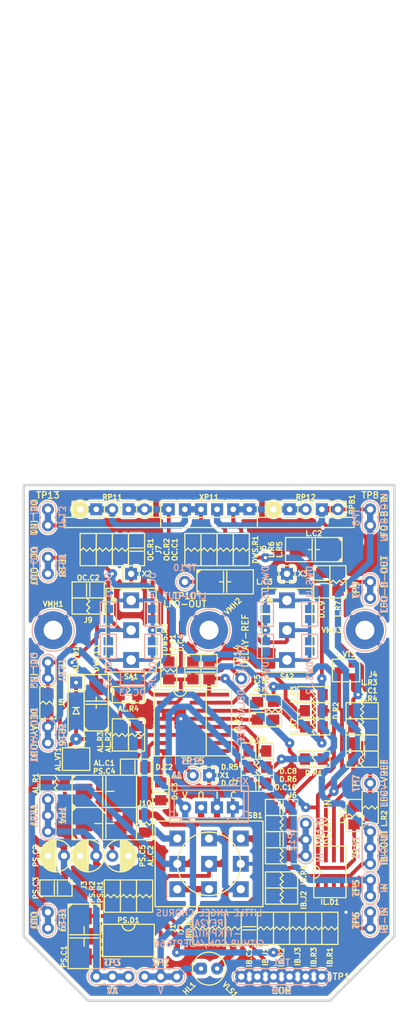
<source format=kicad_pcb>
(kicad_pcb (version 20171130) (host pcbnew 5.1.6-c6e7f7d~87~ubuntu19.10.1)
  (title_block (title "Little Angel Chorus") (date 2023-03-13) (rev 2A) (company "Igor Ivanov") (comment 1 https://github.com/Adept666) (comment 2 "This project is licensed under GNU General Public License v3.0 or later"))
  (layers (0 F.Cu signal) (31 B.Cu signal) (36 B.SilkS user) (37 F.SilkS user) (38 B.Mask user) (39 F.Mask user) (44 Edge.Cuts user))
  (net 0 "")
  (net 1 COM)
  (net 2 "Net-(HL1-PadC)")
  (net 3 /LED)
  (net 4 V)
  (net 5 "Net-(SB1-PadNC1)")
  (net 6 /WS)
  (net 7 VA)
  (net 8 "Net-(AL.R2-Pad2)")
  (net 9 /AL)
  (net 10 /DELAY-REF)
  (net 11 "Net-(D.C2-Pad2)")
  (net 12 "Net-(D.C3-Pad2)")
  (net 13 "Net-(D.C4-Pad2)")
  (net 14 "Net-(D.C4-Pad1)")
  (net 15 "Net-(D.C5-Pad2)")
  (net 16 "Net-(D.C5-Pad1)")
  (net 17 "Net-(D.C6-Pad2)")
  (net 18 "Net-(D.C6-Pad1)")
  (net 19 "Net-(D.C7-Pad2)")
  (net 20 "Net-(D.C7-Pad1)")
  (net 21 "Net-(D.C8-Pad2)")
  (net 22 "Net-(D.C9-Pad1)")
  (net 23 /DELAY-IN)
  (net 24 "Net-(D.C10-Pad1)")
  (net 25 "Net-(D.D1-Pad5)")
  (net 26 /DELAY-OUT)
  (net 27 "Net-(DWS.C1-Pad-)")
  (net 28 "Net-(DWS.J1-Pad2)")
  (net 29 "Net-(DWS.J2-Pad2)")
  (net 30 "Net-(DWS.J3-Pad2)")
  (net 31 /DEPTH-IN)
  (net 32 "Net-(IB.C1-Pad2)")
  (net 33 /IB-IN)
  (net 34 "Net-(IB.J1-Pad2)")
  (net 35 "Net-(IB.J2-Pad2)")
  (net 36 VREF)
  (net 37 "Net-(IB.R2-Pad2)")
  (net 38 /IB-OUT)
  (net 39 /LFO-VREF)
  (net 40 /CIR-IN)
  (net 41 /IN)
  (net 42 /LFO-B-OUT)
  (net 43 /LFO-B-IN)
  (net 44 /LFO-OUT)
  (net 45 /OC-IN1)
  (net 46 /OC-IN2)
  (net 47 /CIR-OUT)
  (net 48 /OC-OUT)
  (net 49 /OUT)
  (net 50 "Net-(L.R5-Pad2)")
  (net 51 "Net-(OC.C1-Pad1)")
  (net 52 "Net-(OC.J1-Pad2)")
  (net 53 "Net-(OC.J1-Pad1)")
  (net 54 "Net-(OC.J2-Pad2)")
  (net 55 "Net-(IL.D1-Pad7)")
  (net 56 "Net-(IL.D1-Pad6)")
  (module SBKCL-TH-ML:RPB-1590N1-18-2x17-OR-2x1x17-1.6-PNL-7.4-2.8 (layer F.Cu) (at 105.41 117.04)
    (fp_text reference RPB1 (at 22.5425 12.1825 90) (layer F.SilkS) (effects (font (size 0.8 0.8) (thickness 0.2)) (justify left)))
    (fp_text value B50K-B50K)
    (fp_text user XP11 (at 0 9.325) (layer F.SilkS) (effects (font (size 0.8 0.8) (thickness 0.2))))
    (fp_text user RP11 (at -15.24 9.325) (layer F.SilkS) (effects (font (size 0.8 0.8) (thickness 0.2))))
    (fp_text user RP12 (at 15.24 9.325) (layer F.SilkS) (effects (font (size 0.8 0.8) (thickness 0.2))))
    (pad NC4 thru_hole rect (at 17.78 11.23) (size 1.9 1.9) (drill 0.9) (layers *.Cu *.Mask) (net 43 /LFO-B-IN))
    (pad NC3 thru_hole rect (at 12.7 11.23) (size 1.9 1.9) (drill 0.9) (layers *.Cu *.Mask) (net 50 "Net-(L.R5-Pad2)"))
    (pad NC2 thru_hole rect (at -12.7 11.23) (size 1.9 1.9) (drill 0.9) (layers *.Cu *.Mask) (net 30 "Net-(DWS.J3-Pad2)"))
    (pad NC1 thru_hole rect (at -17.78 11.23) (size 1.9 1.9) (drill 0.9) (layers *.Cu *.Mask) (net 31 /DEPTH-IN))
    (pad 23 thru_hole rect (at 1.27 11.23) (size 1.9 1.9) (drill 0.9) (layers *.Cu *.Mask) (net 43 /LFO-B-IN))
    (pad 13 thru_hole rect (at -6.35 11.23) (size 1.9 1.9) (drill 0.9) (layers *.Cu *.Mask) (net 30 "Net-(DWS.J3-Pad2)"))
    (pad 11 thru_hole rect (at -1.27 11.23) (size 1.9 1.9) (drill 0.9) (layers *.Cu *.Mask) (net 31 /DEPTH-IN))
    (pad 12 thru_hole rect (at -3.81 11.23) (size 1.9 1.9) (drill 0.9) (layers *.Cu *.Mask) (net 31 /DEPTH-IN))
    (pad 22 thru_hole rect (at 3.81 11.23) (size 1.9 1.9) (drill 0.9) (layers *.Cu *.Mask) (net 50 "Net-(L.R5-Pad2)"))
    (pad 21 thru_hole rect (at 6.35 11.23) (size 1.9 1.9) (drill 0.9) (layers *.Cu *.Mask) (net 50 "Net-(L.R5-Pad2)"))
    (pad 13 thru_hole circle (at -10.16 11.23) (size 1.9 1.9) (drill 1) (layers *.Cu *.Mask) (net 30 "Net-(DWS.J3-Pad2)"))
    (pad 12 thru_hole circle (at -15.24 11.23) (size 1.9 1.9) (drill 1) (layers *.Cu *.Mask) (net 31 /DEPTH-IN))
    (pad 11 thru_hole circle (at -20.32 11.23) (size 1.9 1.9) (drill 1) (layers *.Cu *.Mask) (net 31 /DEPTH-IN))
    (pad 23 thru_hole circle (at 20.32 11.23) (size 1.9 1.9) (drill 1) (layers *.Cu *.Mask) (net 43 /LFO-B-IN))
    (pad 22 thru_hole circle (at 15.24 11.23) (size 1.9 1.9) (drill 1) (layers *.Cu *.Mask) (net 50 "Net-(L.R5-Pad2)"))
    (pad 21 thru_hole circle (at 10.16 11.23) (size 1.9 1.9) (drill 1) (layers *.Cu *.Mask) (net 50 "Net-(L.R5-Pad2)"))
  )
  (module KCL-TH-ML:SW-MTS-102-A2-2.5-PNL-6.0 (layer F.Cu) (at 117.695 147.32)
    (fp_text reference SA2 (at 0 7.3025) (layer F.SilkS) (effects (font (size 0.8 0.8) (thickness 0.2))))
    (fp_text value X)
    (pad NO thru_hole rect (at 0 4.7) (size 2.5 2.5) (drill 1.5) (layers *.Cu *.Mask) (net 29 "Net-(DWS.J2-Pad2)"))
    (pad COM thru_hole rect (at 0 0) (size 2.5 2.5) (drill 1.5) (layers *.Cu *.Mask) (net 27 "Net-(DWS.C1-Pad-)"))
    (pad NC thru_hole rect (at 0 -4.7) (size 2.5 2.5) (drill 1.5) (layers *.Cu *.Mask) (net 28 "Net-(DWS.J1-Pad2)"))
  )
  (module KCL-TH-ML:SW-MTS-102-A2-2.5-PNL-6.0 (layer F.Cu) (at 93.125 147.32)
    (fp_text reference SA1 (at 0 7.3025) (layer F.SilkS) (effects (font (size 0.8 0.8) (thickness 0.2))))
    (fp_text value X)
    (pad NO thru_hole rect (at 0 4.7) (size 2.5 2.5) (drill 1.5) (layers *.Cu *.Mask) (net 54 "Net-(OC.J2-Pad2)"))
    (pad COM thru_hole rect (at 0 0) (size 2.5 2.5) (drill 1.5) (layers *.Cu *.Mask) (net 53 "Net-(OC.J1-Pad1)"))
    (pad NC thru_hole rect (at 0 -4.7) (size 2.5 2.5) (drill 1.5) (layers *.Cu *.Mask) (net 52 "Net-(OC.J1-Pad2)"))
  )
  (module KCL-SM:J-SB-0805-2 (layer B.Cu) (at 96.52 149.86 90)
    (fp_text reference OC.J5 (at -2.2225 0 90) (layer B.SilkS) (effects (font (thickness 0.2)) (justify left mirror)))
    (fp_text value OC.J5)
    (pad 1 smd rect (at -0.8 0 90) (size 1.3 1.5) (layers B.Cu B.Mask) (net 54 "Net-(OC.J2-Pad2)"))
    (pad 2 smd rect (at 0.8 0 90) (size 1.3 1.5) (layers B.Cu B.Mask) (net 51 "Net-(OC.C1-Pad1)"))
  )
  (module KCL-SM:J-SB-0805-2 (layer B.Cu) (at 96.52 144.78 270)
    (fp_text reference OC.J4 (at -2.2225 0 270) (layer B.SilkS) (effects (font (thickness 0.2)) (justify right mirror)))
    (fp_text value OC.J4)
    (pad 2 smd rect (at 0.8 0 270) (size 1.3 1.5) (layers B.Cu B.Mask) (net 51 "Net-(OC.C1-Pad1)"))
    (pad 1 smd rect (at -0.8 0 270) (size 1.3 1.5) (layers B.Cu B.Mask) (net 52 "Net-(OC.J1-Pad2)"))
  )
  (module KCL-SM:J-SB-0805-2 (layer B.Cu) (at 93.345 154.94)
    (fp_text reference OC.J3 (at 0 2.2225 180) (layer B.SilkS) (effects (font (thickness 0.2)) (justify mirror)))
    (fp_text value OC.J3)
    (pad 1 smd rect (at -0.8 0) (size 1.3 1.5) (layers B.Cu B.Mask) (net 53 "Net-(OC.J1-Pad1)"))
    (pad 2 smd rect (at 0.8 0) (size 1.3 1.5) (layers B.Cu B.Mask) (net 51 "Net-(OC.C1-Pad1)"))
  )
  (module KCL-SM:J-SB-0805-2 (layer B.Cu) (at 89.535 149.86 270)
    (fp_text reference OC.J2 (at 2.2225 0 270) (layer B.SilkS) (effects (font (thickness 0.2)) (justify left mirror)))
    (fp_text value OC.J2)
    (pad 1 smd rect (at -0.8 0 270) (size 1.3 1.5) (layers B.Cu B.Mask) (net 53 "Net-(OC.J1-Pad1)"))
    (pad 2 smd rect (at 0.8 0 270) (size 1.3 1.5) (layers B.Cu B.Mask) (net 54 "Net-(OC.J2-Pad2)"))
  )
  (module KCL-SM:J-SB-0805-2 (layer B.Cu) (at 89.535 144.78 90)
    (fp_text reference OC.J1 (at 2.2225 0 90) (layer B.SilkS) (effects (font (thickness 0.2)) (justify right mirror)))
    (fp_text value OC.J1)
    (pad 1 smd rect (at -0.8 0 90) (size 1.3 1.5) (layers B.Cu B.Mask) (net 53 "Net-(OC.J1-Pad1)"))
    (pad 2 smd rect (at 0.8 0 90) (size 1.3 1.5) (layers B.Cu B.Mask) (net 52 "Net-(OC.J1-Pad2)"))
  )
  (module KCL-SM:J-SB-0805-2 (layer B.Cu) (at 114.3 149.86 90)
    (fp_text reference DWS.J4 (at -2.2225 0 90) (layer B.SilkS) (effects (font (thickness 0.2)) (justify left mirror)))
    (fp_text value DWS.J4)
    (pad 2 smd rect (at 0.8 0 90) (size 1.3 1.5) (layers B.Cu B.Mask) (net 30 "Net-(DWS.J3-Pad2)"))
    (pad 1 smd rect (at -0.8 0 90) (size 1.3 1.5) (layers B.Cu B.Mask) (net 29 "Net-(DWS.J2-Pad2)"))
  )
  (module KCL-SM:J-SB-0805-2 (layer B.Cu) (at 114.3 144.78 270)
    (fp_text reference DWS.J3 (at -2.2225 0 270) (layer B.SilkS) (effects (font (thickness 0.2)) (justify right mirror)))
    (fp_text value DWS.J3)
    (pad 2 smd rect (at 0.8 0 270) (size 1.3 1.5) (layers B.Cu B.Mask) (net 30 "Net-(DWS.J3-Pad2)"))
    (pad 1 smd rect (at -0.8 0 270) (size 1.3 1.5) (layers B.Cu B.Mask) (net 28 "Net-(DWS.J1-Pad2)"))
  )
  (module KCL-SM:J-SB-0805-2 (layer B.Cu) (at 121.285 149.86 270)
    (fp_text reference DWS.J2 (at 2.2225 0 270) (layer B.SilkS) (effects (font (thickness 0.2)) (justify left mirror)))
    (fp_text value DWS.J2)
    (pad 2 smd rect (at 0.8 0 270) (size 1.3 1.5) (layers B.Cu B.Mask) (net 29 "Net-(DWS.J2-Pad2)"))
    (pad 1 smd rect (at -0.8 0 270) (size 1.3 1.5) (layers B.Cu B.Mask) (net 27 "Net-(DWS.C1-Pad-)"))
  )
  (module KCL-SM:J-SB-0805-2 (layer B.Cu) (at 121.285 144.78 90)
    (fp_text reference DWS.J1 (at 2.2225 0 90) (layer B.SilkS) (effects (font (thickness 0.2)) (justify right mirror)))
    (fp_text value DWS.J1)
    (pad 1 smd rect (at -0.8 0 90) (size 1.3 1.5) (layers B.Cu B.Mask) (net 27 "Net-(DWS.C1-Pad-)"))
    (pad 2 smd rect (at 0.8 0 90) (size 1.3 1.5) (layers B.Cu B.Mask) (net 28 "Net-(DWS.J1-Pad2)"))
  )
  (module KCL-VIRTUAL:VFM-1.0-3.0 (layer F.Cu) (at 128.27 196.85)
    (fp_text reference VFM3 hide)
    (fp_text value 1.0 hide)
    (pad "" smd circle (at 0 0) (size 1 1) (layers F.Cu F.Mask) (clearance 1.1))
  )
  (module KCL-VIRTUAL:VFM-1.0-3.0 (layer F.Cu) (at 128.27 133.35)
    (fp_text reference VFM2 hide)
    (fp_text value 1.0 hide)
    (pad "" smd circle (at 0 0) (size 1 1) (layers F.Cu F.Mask) (clearance 1.1))
  )
  (module KCL-VIRTUAL:VFM-1.0-3.0 (layer F.Cu) (at 82.55 133.35)
    (fp_text reference VFM1 hide)
    (fp_text value 1.0 hide)
    (pad "" smd circle (at 0 0) (size 1 1) (layers F.Cu F.Mask) (clearance 1.1))
  )
  (module KCL-TH-ML:TP-2-1.0-1.9 (layer F.Cu) (at 80.01 193.04 270)
    (fp_text reference TP19 (at 0 -2.2225 270 unlocked) (layer F.SilkS) (effects (font (thickness 0.2))))
    (fp_text value OUT (at 0 2.2225 270 unlocked) (layer F.SilkS) (effects (font (thickness 0.2))))
    (fp_text user %R (at 0 -2.2225 270 unlocked) (layer B.SilkS) (effects (font (thickness 0.2)) (justify mirror)))
    (fp_text user %V (at 0 2.2225 270 unlocked) (layer B.SilkS) (effects (font (thickness 0.2)) (justify mirror)))
    (pad 1 thru_hole circle (at -1.27 0 270) (size 1.9 1.9) (drill 1) (layers *.Cu *.Mask) (net 49 /OUT))
    (pad 1 thru_hole circle (at 1.27 0 270) (size 1.9 1.9) (drill 1) (layers *.Cu *.Mask) (net 49 /OUT))
  )
  (module KCL-TH-ML:TP-2-1.0-1.9 (layer F.Cu) (at 80.01 137.16 270)
    (fp_text reference TP18 (at 0 -2.2225 270 unlocked) (layer F.SilkS) (effects (font (thickness 0.2))))
    (fp_text value OC-OUT (at 0 2.2225 270 unlocked) (layer F.SilkS) (effects (font (thickness 0.2))))
    (fp_text user %V (at 0 2.2225 270 unlocked) (layer B.SilkS) (effects (font (thickness 0.2)) (justify mirror)))
    (fp_text user %R (at 0 -2.2225 270 unlocked) (layer B.SilkS) (effects (font (thickness 0.2)) (justify mirror)))
    (pad 1 thru_hole circle (at 1.27 0 270) (size 1.9 1.9) (drill 1) (layers *.Cu *.Mask) (net 48 /OC-OUT))
    (pad 1 thru_hole circle (at -1.27 0 270) (size 1.9 1.9) (drill 1) (layers *.Cu *.Mask) (net 48 /OC-OUT))
  )
  (module KCL-TH-ML:TP-2-1.0-1.9 (layer F.Cu) (at 80.01 153.67 270)
    (fp_text reference TP17 (at 0 -2.2225 270 unlocked) (layer F.SilkS) (effects (font (thickness 0.2))))
    (fp_text value OC-IN2 (at 0 2.2225 270 unlocked) (layer F.SilkS) (effects (font (thickness 0.2))))
    (fp_text user %V (at 0 2.2225 270 unlocked) (layer B.SilkS) (effects (font (thickness 0.2)) (justify mirror)))
    (fp_text user %R (at 0 -2.2225 270 unlocked) (layer B.SilkS) (effects (font (thickness 0.2)) (justify mirror)))
    (pad 1 thru_hole circle (at 1.27 0 270) (size 1.9 1.9) (drill 1) (layers *.Cu *.Mask) (net 46 /OC-IN2))
    (pad 1 thru_hole circle (at -1.27 0 270) (size 1.9 1.9) (drill 1) (layers *.Cu *.Mask) (net 46 /OC-IN2))
  )
  (module KCL-TH-ML:TP-2-1.0-1.9 (layer F.Cu) (at 80.01 163.83 270)
    (fp_text reference TP16 (at 0 -2.2225 270 unlocked) (layer F.SilkS) (effects (font (thickness 0.2))))
    (fp_text value DELAY-OUT (at 0 2.2225 270 unlocked) (layer F.SilkS) (effects (font (thickness 0.2))))
    (fp_text user %V (at 0 2.2225 270 unlocked) (layer B.SilkS) (effects (font (thickness 0.2)) (justify mirror)))
    (fp_text user %R (at 0 -2.2225 270 unlocked) (layer B.SilkS) (effects (font (thickness 0.2)) (justify mirror)))
    (pad 1 thru_hole circle (at 1.27 0 270) (size 1.9 1.9) (drill 1) (layers *.Cu *.Mask) (net 26 /DELAY-OUT))
    (pad 1 thru_hole circle (at -1.27 0 270) (size 1.9 1.9) (drill 1) (layers *.Cu *.Mask) (net 26 /DELAY-OUT))
  )
  (module KCL-TH-ML:TP-1-1.0-1.9 (layer F.Cu) (at 102.87 170.18)
    (fp_text reference TP15 (at 0 -2.2225 unlocked) (layer F.SilkS) (effects (font (thickness 0.2))))
    (fp_text value AL (at -1.5875 0 unlocked) (layer F.SilkS) (effects (font (thickness 0.2)) (justify right)))
    (fp_text user %V (at -1.5875 0 unlocked) (layer B.SilkS) (effects (font (thickness 0.2)) (justify left mirror)))
    (fp_text user %R (at 0 -2.2225 unlocked) (layer B.SilkS) (effects (font (thickness 0.2)) (justify mirror)))
    (pad 1 thru_hole circle (at 0 0) (size 1.9 1.9) (drill 1) (layers *.Cu *.Mask) (net 9 /AL))
  )
  (module KCL-TH-ML:TP-1-1.0-1.9 (layer F.Cu) (at 110.49 154.94 90)
    (fp_text reference TP14 (at 1.5875 -0.635 90 unlocked) (layer F.SilkS) (effects (font (thickness 0.2)) (justify left)))
    (fp_text value DELAY-REF (at 1.5875 0.635 90 unlocked) (layer F.SilkS) (effects (font (thickness 0.2)) (justify left)))
    (fp_text user %V (at -1.5875 0 90 unlocked) (layer B.SilkS) (effects (font (thickness 0.2)) (justify left mirror)))
    (fp_text user %R (at 1.5875 0 90 unlocked) (layer B.SilkS) (effects (font (thickness 0.2)) (justify right mirror)))
    (pad 1 thru_hole circle (at 0 0 90) (size 1.9 1.9) (drill 1) (layers *.Cu *.Mask) (net 10 /DELAY-REF))
  )
  (module KCL-TH-ML:TP-2-1.0-1.9 (layer F.Cu) (at 80.01 129.54 270)
    (fp_text reference TP13 (at -3.4925 0 unlocked) (layer F.SilkS) (effects (font (thickness 0.2))))
    (fp_text value OC-IN1 (at 0 2.2225 270 unlocked) (layer F.SilkS) (effects (font (thickness 0.2))))
    (fp_text user %R (at 0 -2.2225 270 unlocked) (layer B.SilkS) (effects (font (thickness 0.2)) (justify mirror)))
    (fp_text user %V (at 0 2.2225 270 unlocked) (layer B.SilkS) (effects (font (thickness 0.2)) (justify mirror)))
    (pad 1 thru_hole circle (at -1.27 0 270) (size 1.9 1.9) (drill 1) (layers *.Cu *.Mask) (net 45 /OC-IN1))
    (pad 1 thru_hole circle (at 1.27 0 270) (size 1.9 1.9) (drill 1) (layers *.Cu *.Mask) (net 45 /OC-IN1))
  )
  (module KCL-TH-ML:TP-3-1.0-1.9 (layer F.Cu) (at 120.65 180.34 90)
    (fp_text reference TP12 (at -0.9525 2.2225 90 unlocked) (layer F.SilkS) (effects (font (thickness 0.2)) (justify left)))
    (fp_text value DELAY-IN (at -0.9525 3.4925 90 unlocked) (layer F.SilkS) (effects (font (thickness 0.2)) (justify left)))
    (fp_text user %V (at 0 2.2225 90 unlocked) (layer B.SilkS) (effects (font (thickness 0.2)) (justify mirror)))
    (fp_text user %R (at 0 -2.2225 90 unlocked) (layer B.SilkS) (effects (font (thickness 0.2)) (justify mirror)))
    (pad 1 thru_hole circle (at 2.54 0 90) (size 1.9 1.9) (drill 1) (layers *.Cu *.Mask) (net 23 /DELAY-IN))
    (pad 1 thru_hole circle (at 0 0 90) (size 1.9 1.9) (drill 1) (layers *.Cu *.Mask) (net 23 /DELAY-IN))
    (pad 1 thru_hole circle (at -2.54 0 90) (size 1.9 1.9) (drill 1) (layers *.Cu *.Mask) (net 23 /DELAY-IN))
  )
  (module KCL-TH-ML:TP-3-1.0-1.9 (layer F.Cu) (at 130.81 181.61 90)
    (fp_text reference TP11 (at 0 -2.2225 90 unlocked) (layer F.SilkS) (effects (font (thickness 0.2))))
    (fp_text value IB-OUT (at 0 2.2225 90 unlocked) (layer F.SilkS) (effects (font (thickness 0.2))))
    (fp_text user %R (at 0 -2.2225 90 unlocked) (layer B.SilkS) (effects (font (thickness 0.2)) (justify mirror)))
    (fp_text user %V (at 0 2.2225 90 unlocked) (layer B.SilkS) (effects (font (thickness 0.2)) (justify mirror)))
    (pad 1 thru_hole circle (at -2.54 0 90) (size 1.9 1.9) (drill 1) (layers *.Cu *.Mask) (net 38 /IB-OUT))
    (pad 1 thru_hole circle (at 0 0 90) (size 1.9 1.9) (drill 1) (layers *.Cu *.Mask) (net 38 /IB-OUT))
    (pad 1 thru_hole circle (at 2.54 0 90) (size 1.9 1.9) (drill 1) (layers *.Cu *.Mask) (net 38 /IB-OUT))
  )
  (module KCL-TH-ML:TP-1-1.0-1.9 (layer F.Cu) (at 101.6 139.7)
    (fp_text reference TP10 (at 0 2.2225 unlocked) (layer F.SilkS) (effects (font (thickness 0.2))))
    (fp_text value LFO-OUT (at 0 3.4925 unlocked) (layer F.SilkS) (effects (font (thickness 0.2))))
    (fp_text user %R (at 0 -2.2225 unlocked) (layer B.SilkS) (effects (font (thickness 0.2)) (justify mirror)))
    (fp_text user %V (at 0 2.2225 unlocked) (layer B.SilkS) (effects (font (thickness 0.2)) (justify mirror)))
    (pad 1 thru_hole circle (at 0 0) (size 1.9 1.9) (drill 1) (layers *.Cu *.Mask) (net 44 /LFO-OUT))
  )
  (module KCL-TH-ML:TP-2-1.0-1.9 (layer F.Cu) (at 130.81 140.97 90)
    (fp_text reference TP9 (at 0 -2.2225 90 unlocked) (layer F.SilkS) (effects (font (thickness 0.2))))
    (fp_text value LFO-B-OUT (at -3.81 2.2225 90 unlocked) (layer F.SilkS) (effects (font (thickness 0.2)) (justify left)))
    (fp_text user %R (at 0 -2.2225 90 unlocked) (layer B.SilkS) (effects (font (thickness 0.2)) (justify mirror)))
    (fp_text user %V (at -3.81 2.2225 90 unlocked) (layer B.SilkS) (effects (font (thickness 0.2)) (justify right mirror)))
    (pad 1 thru_hole circle (at -1.27 0 90) (size 1.9 1.9) (drill 1) (layers *.Cu *.Mask) (net 42 /LFO-B-OUT))
    (pad 1 thru_hole circle (at 1.27 0 90) (size 1.9 1.9) (drill 1) (layers *.Cu *.Mask) (net 42 /LFO-B-OUT))
  )
  (module KCL-TH-ML:TP-2-1.0-1.9 (layer F.Cu) (at 130.81 129.54 90)
    (fp_text reference TP8 (at 3.4925 0 unlocked) (layer F.SilkS) (effects (font (thickness 0.2))))
    (fp_text value LFO-B-IN (at 0 2.2225 90 unlocked) (layer F.SilkS) (effects (font (thickness 0.2))))
    (fp_text user %V (at 0 2.2225 90 unlocked) (layer B.SilkS) (effects (font (thickness 0.2)) (justify mirror)))
    (fp_text user %R (at 0 -2.2225 90 unlocked) (layer B.SilkS) (effects (font (thickness 0.2)) (justify mirror)))
    (pad 1 thru_hole circle (at 1.27 0 90) (size 1.9 1.9) (drill 1) (layers *.Cu *.Mask) (net 43 /LFO-B-IN))
    (pad 1 thru_hole circle (at -1.27 0 90) (size 1.9 1.9) (drill 1) (layers *.Cu *.Mask) (net 43 /LFO-B-IN))
  )
  (module KCL-TH-ML:TP-1-1.0-1.9 (layer F.Cu) (at 130.81 171.45 90)
    (fp_text reference TP7 (at 0 -2.2225 90 unlocked) (layer F.SilkS) (effects (font (thickness 0.2))))
    (fp_text value LFO-VREF (at 0 2.2225 90 unlocked) (layer F.SilkS) (effects (font (thickness 0.2))))
    (fp_text user %R (at 0 -2.2225 90 unlocked) (layer B.SilkS) (effects (font (thickness 0.2)) (justify mirror)))
    (fp_text user %V (at 0 2.2225 90 unlocked) (layer B.SilkS) (effects (font (thickness 0.2)) (justify mirror)))
    (pad 1 thru_hole circle (at 0 0 90) (size 1.9 1.9) (drill 1) (layers *.Cu *.Mask) (net 39 /LFO-VREF))
  )
  (module KCL-TH-ML:TP-2-1.0-1.9 (layer F.Cu) (at 130.81 193.04 90)
    (fp_text reference TP6 (at 0 -2.2225 90 unlocked) (layer F.SilkS) (effects (font (thickness 0.2))))
    (fp_text value IB-IN (at 0 2.2225 90 unlocked) (layer F.SilkS) (effects (font (thickness 0.2))))
    (fp_text user %R (at 0 -2.2225 90 unlocked) (layer B.SilkS) (effects (font (thickness 0.2)) (justify mirror)))
    (fp_text user %V (at 0 2.2225 90 unlocked) (layer B.SilkS) (effects (font (thickness 0.2)) (justify mirror)))
    (pad 1 thru_hole circle (at -1.27 0 90) (size 1.9 1.9) (drill 1) (layers *.Cu *.Mask) (net 33 /IB-IN))
    (pad 1 thru_hole circle (at 1.27 0 90) (size 1.9 1.9) (drill 1) (layers *.Cu *.Mask) (net 33 /IB-IN))
  )
  (module KCL-TH-ML:TP-2-1.0-1.9 (layer F.Cu) (at 130.81 187.96 90)
    (fp_text reference TP5 (at 0 -2.2225 90 unlocked) (layer F.SilkS) (effects (font (thickness 0.2))))
    (fp_text value IN (at 0 2.2225 90 unlocked) (layer F.SilkS) (effects (font (thickness 0.2))))
    (fp_text user %R (at 0 -2.2225 90 unlocked) (layer B.SilkS) (effects (font (thickness 0.2)) (justify mirror)))
    (fp_text user %V (at 0 2.2225 90 unlocked) (layer B.SilkS) (effects (font (thickness 0.2)) (justify mirror)))
    (pad 1 thru_hole circle (at -1.27 0 90) (size 1.9 1.9) (drill 1) (layers *.Cu *.Mask) (net 41 /IN))
    (pad 1 thru_hole circle (at 1.27 0 90) (size 1.9 1.9) (drill 1) (layers *.Cu *.Mask) (net 41 /IN))
  )
  (module KCL-TH-ML:TP-3-1.0-1.9 (layer F.Cu) (at 80.01 176.53 270)
    (fp_text reference TP4 (at 0 -2.2225 270 unlocked) (layer F.SilkS) (effects (font (thickness 0.2))))
    (fp_text value VREF (at 0 2.2225 270 unlocked) (layer F.SilkS) (effects (font (thickness 0.2))))
    (fp_text user %V (at 0 2.2225 270 unlocked) (layer B.SilkS) (effects (font (thickness 0.2)) (justify mirror)))
    (fp_text user %R (at 0 -2.2225 270 unlocked) (layer B.SilkS) (effects (font (thickness 0.2)) (justify mirror)))
    (pad 1 thru_hole circle (at 2.54 0 270) (size 1.9 1.9) (drill 1) (layers *.Cu *.Mask) (net 36 VREF))
    (pad 1 thru_hole circle (at 0 0 270) (size 1.9 1.9) (drill 1) (layers *.Cu *.Mask) (net 36 VREF))
    (pad 1 thru_hole circle (at -2.54 0 270) (size 1.9 1.9) (drill 1) (layers *.Cu *.Mask) (net 36 VREF))
  )
  (module KCL-TH-ML:TP-3-1.0-1.9 (layer F.Cu) (at 90.17 201.93)
    (fp_text reference TP3 (at 0 -2.2225 unlocked) (layer F.SilkS) (effects (font (thickness 0.2))))
    (fp_text value VA (at 0 2.2225 unlocked) (layer F.SilkS) (effects (font (thickness 0.2))))
    (fp_text user %V (at 0 2.2225 unlocked) (layer B.SilkS) (effects (font (thickness 0.2)) (justify mirror)))
    (fp_text user %R (at 0 -2.2225 unlocked) (layer B.SilkS) (effects (font (thickness 0.2)) (justify mirror)))
    (pad 1 thru_hole circle (at 2.54 0) (size 1.9 1.9) (drill 1) (layers *.Cu *.Mask) (net 7 VA))
    (pad 1 thru_hole circle (at 0 0) (size 1.9 1.9) (drill 1) (layers *.Cu *.Mask) (net 7 VA))
    (pad 1 thru_hole circle (at -2.54 0) (size 1.9 1.9) (drill 1) (layers *.Cu *.Mask) (net 7 VA))
  )
  (module KCL-TH-ML:TP-3-1.0-1.9 (layer F.Cu) (at 97.79 201.93)
    (fp_text reference TP2 (at 0 -2.2225 unlocked) (layer F.SilkS) (effects (font (thickness 0.2))))
    (fp_text value V (at 0 2.2225 unlocked) (layer F.SilkS) (effects (font (thickness 0.2))))
    (fp_text user %V (at 0 2.2225 unlocked) (layer B.SilkS) (effects (font (thickness 0.2)) (justify mirror)))
    (fp_text user %R (at 0 -2.2225 unlocked) (layer B.SilkS) (effects (font (thickness 0.2)) (justify mirror)))
    (pad 1 thru_hole circle (at 2.54 0) (size 1.9 1.9) (drill 1) (layers *.Cu *.Mask) (net 4 V))
    (pad 1 thru_hole circle (at 0 0) (size 1.9 1.9) (drill 1) (layers *.Cu *.Mask) (net 4 V))
    (pad 1 thru_hole circle (at -2.54 0) (size 1.9 1.9) (drill 1) (layers *.Cu *.Mask) (net 4 V))
  )
  (module KCL-TH-ML:TP-6-1.0-1.9 (layer F.Cu) (at 116.84 201.93)
    (fp_text reference TP1 (at 7.9375 0 unlocked) (layer F.SilkS) (effects (font (thickness 0.2)) (justify left)))
    (fp_text value COM (at 0 2.2225 unlocked) (layer F.SilkS) (effects (font (thickness 0.2))))
    (fp_text user %R (at 0 -2.2225 unlocked) (layer B.SilkS) (effects (font (thickness 0.2)) (justify mirror)))
    (fp_text user %V (at 0 2.2225 unlocked) (layer B.SilkS) (effects (font (thickness 0.2)) (justify mirror)))
    (pad 1 thru_hole circle (at -6.35 0) (size 1.9 1.9) (drill 1) (layers *.Cu *.Mask) (net 1 COM))
    (pad 1 thru_hole circle (at -3.81 0) (size 1.9 1.9) (drill 1) (layers *.Cu *.Mask) (net 1 COM))
    (pad 1 thru_hole circle (at -1.27 0) (size 1.9 1.9) (drill 1) (layers *.Cu *.Mask) (net 1 COM))
    (pad 1 thru_hole circle (at 1.27 0) (size 1.9 1.9) (drill 1) (layers *.Cu *.Mask) (net 1 COM))
    (pad 1 thru_hole circle (at 3.81 0) (size 1.9 1.9) (drill 1) (layers *.Cu *.Mask) (net 1 COM))
    (pad 1 thru_hole circle (at 6.35 0) (size 1.9 1.9) (drill 1) (layers *.Cu *.Mask) (net 1 COM))
  )
  (module KCL-SM:R-SM-1206 (layer F.Cu) (at 92.71 189.23 90)
    (fp_text reference PS.R2 (at 2.54 -5.715 90) (layer F.SilkS) (effects (font (size 0.8 0.8) (thickness 0.2)) (justify right)))
    (fp_text value 103)
    (pad 1 smd rect (at -1.4 0 90) (size 1.6 1.8) (layers F.Cu F.Mask) (net 1 COM))
    (pad 2 smd rect (at 1.4 0 90) (size 1.6 1.8) (layers F.Cu F.Mask) (net 36 VREF))
  )
  (module KCL-SM:R-SM-1206 (layer F.Cu) (at 95.25 189.23 270)
    (fp_text reference PS.R1 (at -2.54 6.985 270) (layer F.SilkS) (effects (font (size 0.8 0.8) (thickness 0.2)) (justify right)))
    (fp_text value 103)
    (pad 2 smd rect (at 1.4 0 270) (size 1.6 1.8) (layers F.Cu F.Mask) (net 4 V))
    (pad 1 smd rect (at -1.4 0 270) (size 1.6 1.8) (layers F.Cu F.Mask) (net 36 VREF))
  )
  (module KCL-SM:P-SO-08-OUT-GND-GND-NC-NC-GND-GND-IN (layer F.Cu) (at 92.71 196.215)
    (fp_text reference PS.D1 (at 0 -3.175) (layer F.SilkS) (effects (font (size 0.8 0.8) (thickness 0.2))))
    (fp_text value 78L05)
    (pad IN smd rect (at 2.6 -1.905) (size 2.2 0.6) (layers F.Cu F.Mask) (net 4 V))
    (pad GND smd rect (at 2.6 -0.635) (size 2.2 0.6) (layers F.Cu F.Mask) (net 1 COM))
    (pad GND smd rect (at 2.6 0.635) (size 2.2 0.6) (layers F.Cu F.Mask) (net 1 COM))
    (pad NC smd rect (at 2.6 1.905) (size 2.2 0.6) (layers F.Cu F.Mask) (net 1 COM))
    (pad NC smd rect (at -2.6 1.905) (size 2.2 0.6) (layers F.Cu F.Mask) (net 1 COM))
    (pad GND smd rect (at -2.6 0.635) (size 2.2 0.6) (layers F.Cu F.Mask) (net 1 COM))
    (pad GND smd rect (at -2.6 -0.635) (size 2.2 0.6) (layers F.Cu F.Mask) (net 1 COM))
    (pad OUT smd rect (at -2.6 -1.905) (size 2.2 0.6) (layers F.Cu F.Mask) (net 7 VA))
  )
  (module KCL-TH-ML:CP-RADIAL-D05.0-P02.0-CLS (layer F.Cu) (at 86.36 182.88 180)
    (fp_text reference PS.C5 (at -8.5725 0 270) (layer F.SilkS) (effects (font (size 0.8 0.8) (thickness 0.2))))
    (fp_text value 476)
    (pad - thru_hole roundrect (at 1.27 0 180) (size 1.9 1.9) (drill 1) (layers *.Cu *.Mask) (roundrect_rratio 0.3) (net 1 COM))
    (pad + thru_hole circle (at -1.27 0 180) (size 1.9 1.9) (drill 1) (layers *.Cu *.Mask) (net 36 VREF))
  )
  (module KCL-SM:CP-CTSMD-D (layer F.Cu) (at 88.9 177.8)
    (fp_text reference PS.C4 (at 0 -8.255) (layer F.SilkS) (effects (font (size 0.8 0.8) (thickness 0.2))))
    (fp_text value 476)
    (pad - smd rect (at 3.2 0) (size 2.6 2.4) (layers F.Cu F.Mask) (net 1 COM))
    (pad + smd rect (at -3.2 0) (size 2.6 2.4) (layers F.Cu F.Mask) (net 36 VREF))
  )
  (module KCL-SM:C-SM-1206 (layer F.Cu) (at 81.28 187.96 180)
    (fp_text reference PS.C3 (at 3.175 0 270) (layer F.SilkS) (effects (font (size 0.8 0.8) (thickness 0.2))))
    (fp_text value 104)
    (pad 2 smd rect (at 1.4 0 180) (size 1.6 1.8) (layers F.Cu F.Mask) (net 1 COM))
    (pad 1 smd rect (at -1.4 0 180) (size 1.6 1.8) (layers F.Cu F.Mask) (net 7 VA))
  )
  (module KCL-TH-ML:CP-RADIAL-D05.0-P02.0-CLS (layer F.Cu) (at 81.28 182.88 180)
    (fp_text reference PS.C2 (at 3.175 0 270) (layer F.SilkS) (effects (font (size 0.8 0.8) (thickness 0.2))))
    (fp_text value 476)
    (pad - thru_hole roundrect (at 1.27 0 180) (size 1.9 1.9) (drill 1) (layers *.Cu *.Mask) (roundrect_rratio 0.3) (net 1 COM))
    (pad + thru_hole circle (at -1.27 0 180) (size 1.9 1.9) (drill 1) (layers *.Cu *.Mask) (net 7 VA))
  )
  (module KCL-SM:CP-CTSMD-D (layer F.Cu) (at 85.725 195.58 270)
    (fp_text reference PS.C1 (at 5.08 3.175 270) (layer F.SilkS) (effects (font (size 0.8 0.8) (thickness 0.2)) (justify left)))
    (fp_text value 476)
    (pad + smd rect (at -3.2 0 270) (size 2.6 2.4) (layers F.Cu F.Mask) (net 7 VA))
    (pad - smd rect (at 3.2 0 270) (size 2.6 2.4) (layers F.Cu F.Mask) (net 1 COM))
  )
  (module KCL-SM:R-SM-1206 (layer F.Cu) (at 91.44 134.62 270)
    (fp_text reference OC.R2 (at 0 -7.3025 270) (layer F.SilkS) (effects (font (size 0.8 0.8) (thickness 0.2))))
    (fp_text value 104)
    (pad 2 smd rect (at 1.4 0 270) (size 1.6 1.8) (layers F.Cu F.Mask) (net 48 /OC-OUT))
    (pad 1 smd rect (at -1.4 0 270) (size 1.6 1.8) (layers F.Cu F.Mask) (net 1 COM))
  )
  (module KCL-SM:R-SM-1206 (layer F.Cu) (at 86.36 134.62 270)
    (fp_text reference OC.R1 (at 0 -9.8425 270) (layer F.SilkS) (effects (font (size 0.8 0.8) (thickness 0.2))))
    (fp_text value 103)
    (pad 2 smd rect (at 1.4 0 270) (size 1.6 1.8) (layers F.Cu F.Mask) (net 53 "Net-(OC.J1-Pad1)"))
    (pad 1 smd rect (at -1.4 0 270) (size 1.6 1.8) (layers F.Cu F.Mask) (net 45 /OC-IN1))
  )
  (module KCL-SM:C-SM-1206 (layer F.Cu) (at 86.36 140.97 180)
    (fp_text reference OC.C2 (at 0 1.905) (layer F.SilkS) (effects (font (size 0.8 0.8) (thickness 0.2))))
    (fp_text value 104)
    (pad 2 smd rect (at 1.4 0 180) (size 1.6 1.8) (layers F.Cu F.Mask) (net 48 /OC-OUT))
    (pad 1 smd rect (at -1.4 0 180) (size 1.6 1.8) (layers F.Cu F.Mask) (net 46 /OC-IN2))
  )
  (module KCL-SM:C-SM-1206 (layer F.Cu) (at 93.98 134.62 270)
    (fp_text reference OC.C1 (at 0 -6.0325 270) (layer F.SilkS) (effects (font (size 0.8 0.8) (thickness 0.2))))
    (fp_text value 104)
    (pad 2 smd rect (at 1.4 0 270) (size 1.6 1.8) (layers F.Cu F.Mask) (net 48 /OC-OUT))
    (pad 1 smd rect (at -1.4 0 270) (size 1.6 1.8) (layers F.Cu F.Mask) (net 51 "Net-(OC.C1-Pad1)"))
  )
  (module KCL-SM:P-SOT-23-B-E-C (layer F.Cu) (at 127 153.67 90)
    (fp_text reference L.VT1 (at 2.54 0 180) (layer F.SilkS) (effects (font (size 0.8 0.8) (thickness 0.2))))
    (fp_text value 3904)
    (pad B smd rect (at -0.95 1.1 90) (size 1 1.4) (layers F.Cu F.Mask) (net 43 /LFO-B-IN))
    (pad E smd rect (at 0.95 1.1 90) (size 1 1.4) (layers F.Cu F.Mask) (net 42 /LFO-B-OUT))
    (pad C smd rect (at 0 -1.1 90) (size 1 1.4) (layers F.Cu F.Mask) (net 4 V))
  )
  (module KCL-SM:R-SM-1206 (layer F.Cu) (at 125.73 139.7 270)
    (fp_text reference L.R7 (at 2.8575 0 270) (layer F.SilkS) (effects (font (size 0.8 0.8) (thickness 0.2)) (justify right)))
    (fp_text value 103)
    (pad 1 smd rect (at -1.4 0 270) (size 1.6 1.8) (layers F.Cu F.Mask) (net 1 COM))
    (pad 2 smd rect (at 1.4 0 270) (size 1.6 1.8) (layers F.Cu F.Mask) (net 42 /LFO-B-OUT))
  )
  (module KCL-SM:R-SM-1206 (layer F.Cu) (at 107.95 134.62 90)
    (fp_text reference L.R6 (at 0 7.3025 90) (layer F.SilkS) (effects (font (size 0.8 0.8) (thickness 0.2))))
    (fp_text value X)
    (pad 2 smd rect (at 1.4 0 90) (size 1.6 1.8) (layers F.Cu F.Mask) (net 43 /LFO-B-IN))
    (pad 1 smd rect (at -1.4 0 90) (size 1.6 1.8) (layers F.Cu F.Mask) (net 50 "Net-(L.R5-Pad2)"))
  )
  (module KCL-SM:R-SM-1206 (layer F.Cu) (at 110.49 134.62 90)
    (fp_text reference L.R5 (at 0 6.0325 90) (layer F.SilkS) (effects (font (size 0.8 0.8) (thickness 0.2))))
    (fp_text value 472)
    (pad 2 smd rect (at 1.4 0 90) (size 1.6 1.8) (layers F.Cu F.Mask) (net 50 "Net-(L.R5-Pad2)"))
    (pad 1 smd rect (at -1.4 0 90) (size 1.6 1.8) (layers F.Cu F.Mask) (net 55 "Net-(IL.D1-Pad7)"))
  )
  (module KCL-SM:R-SM-1206 (layer F.Cu) (at 129.54 167.64 180)
    (fp_text reference L.R4 (at -2.54 9.525 180) (layer F.SilkS) (effects (font (size 0.8 0.8) (thickness 0.2)) (justify right)))
    (fp_text value 224)
    (pad 1 smd rect (at -1.4 0 180) (size 1.6 1.8) (layers F.Cu F.Mask) (net 39 /LFO-VREF))
    (pad 2 smd rect (at 1.4 0 180) (size 1.6 1.8) (layers F.Cu F.Mask) (net 55 "Net-(IL.D1-Pad7)"))
  )
  (module KCL-SM:R-SM-1206 (layer F.Cu) (at 129.54 162.56 180)
    (fp_text reference L.R3 (at -2.54 6.985 180) (layer F.SilkS) (effects (font (size 0.8 0.8) (thickness 0.2)) (justify right)))
    (fp_text value 224)
    (pad 2 smd rect (at 1.4 0 180) (size 1.6 1.8) (layers F.Cu F.Mask) (net 43 /LFO-B-IN))
    (pad 1 smd rect (at -1.4 0 180) (size 1.6 1.8) (layers F.Cu F.Mask) (net 56 "Net-(IL.D1-Pad6)"))
  )
  (module KCL-SM:R-SM-1206 (layer F.Cu) (at 130.81 175.26 90)
    (fp_text reference L.R2 (at -3.175 2.2225 90) (layer F.SilkS) (effects (font (size 0.8 0.8) (thickness 0.2)) (justify left)))
    (fp_text value 473)
    (pad 2 smd rect (at 1.4 0 90) (size 1.6 1.8) (layers F.Cu F.Mask) (net 39 /LFO-VREF))
    (pad 1 smd rect (at -1.4 0 90) (size 1.6 1.8) (layers F.Cu F.Mask) (net 1 COM))
  )
  (module KCL-SM:R-SM-1206 (layer F.Cu) (at 128.27 176.53 270)
    (fp_text reference L.R1 (at 0 1.905 90) (layer F.SilkS) (effects (font (size 0.8 0.8) (thickness 0.2))))
    (fp_text value 104)
    (pad 2 smd rect (at 1.4 0 270) (size 1.6 1.8) (layers F.Cu F.Mask) (net 4 V))
    (pad 1 smd rect (at -1.4 0 270) (size 1.6 1.8) (layers F.Cu F.Mask) (net 39 /LFO-VREF))
  )
  (module KCL-SM:CP-CTSMD-C (layer F.Cu) (at 107.95 139.7)
    (fp_text reference L.C3 (at 4.7625 0) (layer F.SilkS) (effects (font (size 0.8 0.8) (thickness 0.2)) (justify left)))
    (fp_text value 106)
    (pad + smd rect (at -2.5 0) (size 2.6 2.2) (layers F.Cu F.Mask) (net 44 /LFO-OUT))
    (pad - smd rect (at 2.5 0) (size 2.6 2.2) (layers F.Cu F.Mask) (net 42 /LFO-B-OUT))
  )
  (module KCL-SM:CP-CTSMD-C (layer F.Cu) (at 121.92 134.62 180)
    (fp_text reference L.C2 (at 0 2.54 180) (layer F.SilkS) (effects (font (size 0.8 0.8) (thickness 0.2))))
    (fp_text value 106)
    (pad + smd rect (at -2.5 0 180) (size 2.6 2.2) (layers F.Cu F.Mask) (net 43 /LFO-B-IN))
    (pad - smd rect (at 2.5 0 180) (size 2.6 2.2) (layers F.Cu F.Mask) (net 1 COM))
  )
  (module KCL-SM:C-SM-1206 (layer F.Cu) (at 129.54 165.1 180)
    (fp_text reference L.C1 (at -2.54 8.255 180) (layer F.SilkS) (effects (font (size 0.8 0.8) (thickness 0.2)) (justify right)))
    (fp_text value 103)
    (pad 2 smd rect (at 1.4 0 180) (size 1.6 1.8) (layers F.Cu F.Mask) (net 55 "Net-(IL.D1-Pad7)"))
    (pad 1 smd rect (at -1.4 0 180) (size 1.6 1.8) (layers F.Cu F.Mask) (net 56 "Net-(IL.D1-Pad6)"))
  )
  (module KCL-SM:R-SM-1206 (layer F.Cu) (at 95.25 177.8 90)
    (fp_text reference J10 (at 3.175 0 180) (layer F.SilkS) (effects (font (size 0.8 0.8) (thickness 0.2))))
    (fp_text value X)
    (pad 2 smd rect (at 1.4 0 90) (size 1.6 1.8) (layers F.Cu F.Mask) (net 49 /OUT))
    (pad 1 smd rect (at -1.4 0 90) (size 1.6 1.8) (layers F.Cu F.Mask) (net 47 /CIR-OUT))
  )
  (module KCL-SM:R-SM-1206 (layer F.Cu) (at 86.36 143.51)
    (fp_text reference J9 (at 0 2.2225) (layer F.SilkS) (effects (font (size 0.8 0.8) (thickness 0.2))))
    (fp_text value 0)
    (pad 1 smd rect (at -1.4 0) (size 1.6 1.8) (layers F.Cu F.Mask) (net 48 /OC-OUT))
    (pad 2 smd rect (at 1.4 0) (size 1.6 1.8) (layers F.Cu F.Mask) (net 47 /CIR-OUT))
  )
  (module KCL-SM:R-SM-1206 (layer F.Cu) (at 80.01 158.75 90)
    (fp_text reference J8 (at 0 2.2225 90) (layer F.SilkS) (effects (font (size 0.8 0.8) (thickness 0.2))))
    (fp_text value 0)
    (pad 1 smd rect (at -1.4 0 90) (size 1.6 1.8) (layers F.Cu F.Mask) (net 26 /DELAY-OUT))
    (pad 2 smd rect (at 1.4 0 90) (size 1.6 1.8) (layers F.Cu F.Mask) (net 46 /OC-IN2))
  )
  (module KCL-SM:R-SM-1206 (layer F.Cu) (at 88.9 134.62 90)
    (fp_text reference J7 (at 0 8.5725 90) (layer F.SilkS) (effects (font (size 0.8 0.8) (thickness 0.2))))
    (fp_text value 0)
    (pad 2 smd rect (at 1.4 0 90) (size 1.6 1.8) (layers F.Cu F.Mask) (net 45 /OC-IN1))
    (pad 1 smd rect (at -1.4 0 90) (size 1.6 1.8) (layers F.Cu F.Mask) (net 38 /IB-OUT))
  )
  (module KCL-SM:R-SM-1206 (layer F.Cu) (at 116.84 182.88)
    (fp_text reference J6 (at 2.54 -9.525) (layer F.SilkS) (effects (font (size 0.8 0.8) (thickness 0.2)) (justify right)))
    (fp_text value 0)
    (pad 2 smd rect (at 1.4 0) (size 1.6 1.8) (layers F.Cu F.Mask) (net 23 /DELAY-IN))
    (pad 1 smd rect (at -1.4 0) (size 1.6 1.8) (layers F.Cu F.Mask) (net 38 /IB-OUT))
  )
  (module KCL-SM:R-SM-1206 (layer F.Cu) (at 105.41 134.62 90)
    (fp_text reference J5 (at 0 8.5725 90) (layer F.SilkS) (effects (font (size 0.8 0.8) (thickness 0.2))))
    (fp_text value 0)
    (pad 1 smd rect (at -1.4 0 90) (size 1.6 1.8) (layers F.Cu F.Mask) (net 44 /LFO-OUT))
    (pad 2 smd rect (at 1.4 0 90) (size 1.6 1.8) (layers F.Cu F.Mask) (net 31 /DEPTH-IN))
  )
  (module KCL-SM:R-SM-1206 (layer F.Cu) (at 129.54 160.02)
    (fp_text reference J4 (at 2.54 -5.715) (layer F.SilkS) (effects (font (size 0.8 0.8) (thickness 0.2)) (justify right)))
    (fp_text value X)
    (pad 1 smd rect (at -1.4 0) (size 1.6 1.8) (layers F.Cu F.Mask) (net 43 /LFO-B-IN))
    (pad 2 smd rect (at 1.4 0) (size 1.6 1.8) (layers F.Cu F.Mask) (net 42 /LFO-B-OUT))
  )
  (module KCL-SM:R-SM-1206 (layer F.Cu) (at 90.17 189.23 90)
    (fp_text reference J3 (at 2.54 -4.445 90) (layer F.SilkS) (effects (font (size 0.8 0.8) (thickness 0.2)) (justify right)))
    (fp_text value X)
    (pad 1 smd rect (at -1.4 0 90) (size 1.6 1.8) (layers F.Cu F.Mask) (net 7 VA))
    (pad 2 smd rect (at 1.4 0 90) (size 1.6 1.8) (layers F.Cu F.Mask) (net 36 VREF))
  )
  (module KCL-SM:R-SM-1206 (layer F.Cu) (at 106.68 194.31 270)
    (fp_text reference J2 (at 0 5.715 270) (layer F.SilkS) (effects (font (size 0.8 0.8) (thickness 0.2))))
    (fp_text value 0)
    (pad 1 smd rect (at -1.4 0 270) (size 1.6 1.8) (layers F.Cu F.Mask) (net 40 /CIR-IN))
    (pad 2 smd rect (at 1.4 0 270) (size 1.6 1.8) (layers F.Cu F.Mask) (net 33 /IB-IN))
  )
  (module KCL-SM:R-SM-1206 (layer F.Cu) (at 104.14 194.31 90)
    (fp_text reference J1 (at 0 -4.445 90) (layer F.SilkS) (effects (font (size 0.8 0.8) (thickness 0.2))))
    (fp_text value X)
    (pad 2 smd rect (at 1.4 0 90) (size 1.6 1.8) (layers F.Cu F.Mask) (net 40 /CIR-IN))
    (pad 1 smd rect (at -1.4 0 90) (size 1.6 1.8) (layers F.Cu F.Mask) (net 41 /IN))
  )
  (module KCL-SM:R-SM-1206 (layer F.Cu) (at 109.22 194.31 270)
    (fp_text reference IND.R1 (at 0 6.985 270) (layer F.SilkS) (effects (font (size 0.8 0.8) (thickness 0.2))))
    (fp_text value 103)
    (pad 2 smd rect (at 1.4 0 270) (size 1.6 1.8) (layers F.Cu F.Mask) (net 2 "Net-(HL1-PadC)"))
    (pad 1 smd rect (at -1.4 0 270) (size 1.6 1.8) (layers F.Cu F.Mask) (net 3 /LED))
  )
  (module KCL-SM:P-SO-08 (layer F.Cu) (at 124.46 185.42 90)
    (fp_text reference IL.D1 (at -4.7625 0 180) (layer F.SilkS) (effects (font (size 0.8 0.8) (thickness 0.2))))
    (fp_text value 5532)
    (pad 1 smd rect (at -2.6 -1.905 90) (size 2.2 0.6) (layers F.Cu F.Mask) (net 38 /IB-OUT))
    (pad 2 smd rect (at -2.6 -0.635 90) (size 2.2 0.6) (layers F.Cu F.Mask) (net 37 "Net-(IB.R2-Pad2)"))
    (pad 3 smd rect (at -2.6 0.635 90) (size 2.2 0.6) (layers F.Cu F.Mask) (net 35 "Net-(IB.J2-Pad2)"))
    (pad 4 smd rect (at -2.6 1.905 90) (size 2.2 0.6) (layers F.Cu F.Mask) (net 1 COM))
    (pad 5 smd rect (at 2.6 1.905 90) (size 2.2 0.6) (layers F.Cu F.Mask) (net 39 /LFO-VREF))
    (pad 6 smd rect (at 2.6 0.635 90) (size 2.2 0.6) (layers F.Cu F.Mask) (net 56 "Net-(IL.D1-Pad6)"))
    (pad 7 smd rect (at 2.6 -0.635 90) (size 2.2 0.6) (layers F.Cu F.Mask) (net 55 "Net-(IL.D1-Pad7)"))
    (pad 8 smd rect (at 2.6 -1.905 90) (size 2.2 0.6) (layers F.Cu F.Mask) (net 4 V))
  )
  (module KCL-SM:R-SM-1206 (layer F.Cu) (at 116.84 186.69 180)
    (fp_text reference IB.R4 (at -3.4925 -0.9525 270) (layer F.SilkS) (effects (font (size 0.8 0.8) (thickness 0.2)) (justify left)))
    (fp_text value 223)
    (pad 1 smd rect (at -1.4 0 180) (size 1.6 1.8) (layers F.Cu F.Mask) (net 37 "Net-(IB.R2-Pad2)"))
    (pad 2 smd rect (at 1.4 0 180) (size 1.6 1.8) (layers F.Cu F.Mask) (net 38 /IB-OUT))
  )
  (module KCL-SM:R-SM-1206 (layer F.Cu) (at 121.92 194.31 90)
    (fp_text reference IB.R3 (at -2.8575 0 90) (layer F.SilkS) (effects (font (size 0.8 0.8) (thickness 0.2)) (justify right)))
    (fp_text value 474)
    (pad 1 smd rect (at -1.4 0 90) (size 1.6 1.8) (layers F.Cu F.Mask) (net 36 VREF))
    (pad 2 smd rect (at 1.4 0 90) (size 1.6 1.8) (layers F.Cu F.Mask) (net 35 "Net-(IB.J2-Pad2)"))
  )
  (module KCL-SM:R-SM-1206 (layer F.Cu) (at 116.84 194.31 90)
    (fp_text reference IB.R2 (at -2.8575 0 90) (layer F.SilkS) (effects (font (size 0.8 0.8) (thickness 0.2)) (justify right)))
    (fp_text value 223)
    (pad 2 smd rect (at 1.4 0 90) (size 1.6 1.8) (layers F.Cu F.Mask) (net 37 "Net-(IB.R2-Pad2)"))
    (pad 1 smd rect (at -1.4 0 90) (size 1.6 1.8) (layers F.Cu F.Mask) (net 34 "Net-(IB.J1-Pad2)"))
  )
  (module KCL-SM:R-SM-1206 (layer F.Cu) (at 124.46 194.31 270)
    (fp_text reference IB.R1 (at 2.8575 0 270) (layer F.SilkS) (effects (font (size 0.8 0.8) (thickness 0.2)) (justify right)))
    (fp_text value 105)
    (pad 1 smd rect (at -1.4 0 270) (size 1.6 1.8) (layers F.Cu F.Mask) (net 1 COM))
    (pad 2 smd rect (at 1.4 0 270) (size 1.6 1.8) (layers F.Cu F.Mask) (net 33 /IB-IN))
  )
  (module KCL-SM:R-SM-1206 (layer F.Cu) (at 119.38 194.31 90)
    (fp_text reference IB.J3 (at -2.8575 0 90) (layer F.SilkS) (effects (font (size 0.8 0.8) (thickness 0.2)) (justify right)))
    (fp_text value 0)
    (pad 2 smd rect (at 1.4 0 90) (size 1.6 1.8) (layers F.Cu F.Mask) (net 34 "Net-(IB.J1-Pad2)"))
    (pad 1 smd rect (at -1.4 0 90) (size 1.6 1.8) (layers F.Cu F.Mask) (net 36 VREF))
  )
  (module KCL-SM:R-SM-1206 (layer F.Cu) (at 116.84 189.23)
    (fp_text reference IB.J2 (at 3.4925 -0.9525 90) (layer F.SilkS) (effects (font (size 0.8 0.8) (thickness 0.2)) (justify right)))
    (fp_text value 0)
    (pad 1 smd rect (at -1.4 0) (size 1.6 1.8) (layers F.Cu F.Mask) (net 32 "Net-(IB.C1-Pad2)"))
    (pad 2 smd rect (at 1.4 0) (size 1.6 1.8) (layers F.Cu F.Mask) (net 35 "Net-(IB.J2-Pad2)"))
  )
  (module KCL-SM:R-SM-1206 (layer F.Cu) (at 114.3 194.31 270)
    (fp_text reference IB.J1 (at 2.8575 0 270) (layer F.SilkS) (effects (font (size 0.8 0.8) (thickness 0.2)) (justify right)))
    (fp_text value X)
    (pad 2 smd rect (at 1.4 0 270) (size 1.6 1.8) (layers F.Cu F.Mask) (net 34 "Net-(IB.J1-Pad2)"))
    (pad 1 smd rect (at -1.4 0 270) (size 1.6 1.8) (layers F.Cu F.Mask) (net 32 "Net-(IB.C1-Pad2)"))
  )
  (module KCL-SM:C-SM-1206 (layer F.Cu) (at 111.76 194.31 90)
    (fp_text reference IB.C1 (at -2.8575 0 90) (layer F.SilkS) (effects (font (size 0.8 0.8) (thickness 0.2)) (justify right)))
    (fp_text value 104)
    (pad 2 smd rect (at 1.4 0 90) (size 1.6 1.8) (layers F.Cu F.Mask) (net 32 "Net-(IB.C1-Pad2)"))
    (pad 1 smd rect (at -1.4 0 90) (size 1.6 1.8) (layers F.Cu F.Mask) (net 33 /IB-IN))
  )
  (module KCL-SM:R-SM-1206 (layer F.Cu) (at 99.06 153.67 270)
    (fp_text reference DWS.R2 (at -2.8575 0.635 270) (layer F.SilkS) (effects (font (size 0.8 0.8) (thickness 0.2)) (justify left)))
    (fp_text value 333)
    (pad 1 smd rect (at -1.4 0 270) (size 1.6 1.8) (layers F.Cu F.Mask) (net 30 "Net-(DWS.J3-Pad2)"))
    (pad 2 smd rect (at 1.4 0 270) (size 1.6 1.8) (layers F.Cu F.Mask) (net 10 /DELAY-REF))
  )
  (module KCL-SM:R-SM-1206 (layer F.Cu) (at 102.87 134.62 270)
    (fp_text reference DWS.R1 (at 0 -9.8425 270) (layer F.SilkS) (effects (font (size 0.8 0.8) (thickness 0.2))))
    (fp_text value X)
    (pad 2 smd rect (at 1.4 0 270) (size 1.6 1.8) (layers F.Cu F.Mask) (net 30 "Net-(DWS.J3-Pad2)"))
    (pad 1 smd rect (at -1.4 0 270) (size 1.6 1.8) (layers F.Cu F.Mask) (net 31 /DEPTH-IN))
  )
  (module KCL-SM:CP-CTSMD-C (layer F.Cu) (at 87.63 158.75 90)
    (fp_text reference DWS.C1 (at 4.7625 0 90) (layer F.SilkS) (effects (font (size 0.8 0.8) (thickness 0.2)) (justify left)))
    (fp_text value X)
    (pad - smd rect (at 2.5 0 90) (size 2.6 2.2) (layers F.Cu F.Mask) (net 27 "Net-(DWS.C1-Pad-)"))
    (pad + smd rect (at -2.5 0 90) (size 2.6 2.2) (layers F.Cu F.Mask) (net 6 /WS))
  )
  (module KCL-SM:R-SM-1206 (layer F.Cu) (at 121.92 162.56)
    (fp_text reference D.R7 (at -3.175 0 90) (layer F.SilkS) (effects (font (size 0.8 0.8) (thickness 0.2))))
    (fp_text value 103)
    (pad 2 smd rect (at 1.4 0) (size 1.6 1.8) (layers F.Cu F.Mask) (net 26 /DELAY-OUT))
    (pad 1 smd rect (at -1.4 0) (size 1.6 1.8) (layers F.Cu F.Mask) (net 16 "Net-(D.C5-Pad1)"))
  )
  (module KCL-SM:R-SM-1206 (layer F.Cu) (at 116.84 177.8 180)
    (fp_text reference D.R6 (at -2.54 6.985 180) (layer F.SilkS) (effects (font (size 0.8 0.8) (thickness 0.2)) (justify right)))
    (fp_text value 103)
    (pad 1 smd rect (at -1.4 0 180) (size 1.6 1.8) (layers F.Cu F.Mask) (net 21 "Net-(D.C8-Pad2)"))
    (pad 2 smd rect (at 1.4 0 180) (size 1.6 1.8) (layers F.Cu F.Mask) (net 24 "Net-(D.C10-Pad1)"))
  )
  (module KCL-SM:R-SM-1206 (layer F.Cu) (at 113.03 168.91)
    (fp_text reference D.R5 (at -2.8575 0) (layer F.SilkS) (effects (font (size 0.8 0.8) (thickness 0.2)) (justify right)))
    (fp_text value 103)
    (pad 1 smd rect (at -1.4 0) (size 1.6 1.8) (layers F.Cu F.Mask) (net 18 "Net-(D.C6-Pad1)"))
    (pad 2 smd rect (at 1.4 0) (size 1.6 1.8) (layers F.Cu F.Mask) (net 22 "Net-(D.C9-Pad1)"))
  )
  (module KCL-SM:R-SM-1206 (layer F.Cu) (at 115.57 160.02 90)
    (fp_text reference D.R4 (at 2.8575 -1.27 90) (layer F.SilkS) (effects (font (size 0.8 0.8) (thickness 0.2)) (justify left)))
    (fp_text value 103)
    (pad 2 smd rect (at 1.4 0 90) (size 1.6 1.8) (layers F.Cu F.Mask) (net 22 "Net-(D.C9-Pad1)"))
    (pad 1 smd rect (at -1.4 0 90) (size 1.6 1.8) (layers F.Cu F.Mask) (net 15 "Net-(D.C5-Pad2)"))
  )
  (module KCL-SM:R-SM-1206 (layer F.Cu) (at 121.92 157.48)
    (fp_text reference D.R3 (at -3.175 0 90) (layer F.SilkS) (effects (font (size 0.8 0.8) (thickness 0.2))))
    (fp_text value 103)
    (pad 2 smd rect (at 1.4 0) (size 1.6 1.8) (layers F.Cu F.Mask) (net 22 "Net-(D.C9-Pad1)"))
    (pad 1 smd rect (at -1.4 0) (size 1.6 1.8) (layers F.Cu F.Mask) (net 16 "Net-(D.C5-Pad1)"))
  )
  (module KCL-SM:R-SM-1206 (layer F.Cu) (at 121.92 160.02)
    (fp_text reference D.R2 (at 3.4925 0 90) (layer F.SilkS) (effects (font (size 0.8 0.8) (thickness 0.2))))
    (fp_text value 103)
    (pad 2 smd rect (at 1.4 0) (size 1.6 1.8) (layers F.Cu F.Mask) (net 21 "Net-(D.C8-Pad2)"))
    (pad 1 smd rect (at -1.4 0) (size 1.6 1.8) (layers F.Cu F.Mask) (net 13 "Net-(D.C4-Pad2)"))
  )
  (module KCL-SM:R-SM-1206 (layer F.Cu) (at 121.92 167.64)
    (fp_text reference D.R1 (at 0 2.2225) (layer F.SilkS) (effects (font (size 0.8 0.8) (thickness 0.2))))
    (fp_text value 103)
    (pad 2 smd rect (at 1.4 0) (size 1.6 1.8) (layers F.Cu F.Mask) (net 21 "Net-(D.C8-Pad2)"))
    (pad 1 smd rect (at -1.4 0) (size 1.6 1.8) (layers F.Cu F.Mask) (net 14 "Net-(D.C4-Pad1)"))
  )
  (module SBKCL-SM:P-SO-16-OR-SO-16W (layer F.Cu) (at 102.87 161.925)
    (fp_text reference D.D1 (at 6.985 0 90) (layer F.SilkS) (effects (font (size 0.8 0.8) (thickness 0.2))))
    (fp_text value 8970)
    (pad 9 smd rect (at 0.6 4.445) (size 2.2 0.6) (layers F.Cu F.Mask) (net 19 "Net-(D.C7-Pad2)"))
    (pad 10 smd rect (at 0.6 3.175) (size 2.2 0.6) (layers F.Cu F.Mask) (net 20 "Net-(D.C7-Pad1)"))
    (pad 15 smd rect (at 0.6 -3.175) (size 2.2 0.6) (layers F.Cu F.Mask) (net 13 "Net-(D.C4-Pad2)"))
    (pad 14 smd rect (at 0.6 -1.905) (size 2.2 0.6) (layers F.Cu F.Mask) (net 16 "Net-(D.C5-Pad1)"))
    (pad 16 smd rect (at 0.6 -4.445) (size 2.2 0.6) (layers F.Cu F.Mask) (net 14 "Net-(D.C4-Pad1)"))
    (pad 12 smd rect (at 0.6 0.635) (size 2.2 0.6) (layers F.Cu F.Mask) (net 18 "Net-(D.C6-Pad1)"))
    (pad 13 smd rect (at 0.6 -0.635) (size 2.2 0.6) (layers F.Cu F.Mask) (net 15 "Net-(D.C5-Pad2)"))
    (pad 11 smd rect (at 0.6 1.905) (size 2.2 0.6) (layers F.Cu F.Mask) (net 17 "Net-(D.C6-Pad2)"))
    (pad 9 smd rect (at 4.6 4.445) (size 2.2 0.6) (layers F.Cu F.Mask) (net 19 "Net-(D.C7-Pad2)"))
    (pad 10 smd rect (at 4.6 3.175) (size 2.2 0.6) (layers F.Cu F.Mask) (net 20 "Net-(D.C7-Pad1)"))
    (pad 11 smd rect (at 4.6 1.905) (size 2.2 0.6) (layers F.Cu F.Mask) (net 17 "Net-(D.C6-Pad2)"))
    (pad 12 smd rect (at 4.6 0.635) (size 2.2 0.6) (layers F.Cu F.Mask) (net 18 "Net-(D.C6-Pad1)"))
    (pad 8 smd rect (at -4.6 4.445) (size 2.2 0.6) (layers F.Cu F.Mask) (net 12 "Net-(D.C3-Pad2)"))
    (pad 7 smd rect (at -4.6 3.175) (size 2.2 0.6) (layers F.Cu F.Mask) (net 11 "Net-(D.C2-Pad2)"))
    (pad 6 smd rect (at -4.6 1.905) (size 2.2 0.6) (layers F.Cu F.Mask) (net 9 /AL))
    (pad 5 smd rect (at -4.6 0.635) (size 2.2 0.6) (layers F.Cu F.Mask) (net 25 "Net-(D.D1-Pad5)"))
    (pad 16 smd rect (at 4.6 -4.445) (size 2.2 0.6) (layers F.Cu F.Mask) (net 14 "Net-(D.C4-Pad1)"))
    (pad 15 smd rect (at 4.6 -3.175) (size 2.2 0.6) (layers F.Cu F.Mask) (net 13 "Net-(D.C4-Pad2)"))
    (pad 14 smd rect (at 4.6 -1.905) (size 2.2 0.6) (layers F.Cu F.Mask) (net 16 "Net-(D.C5-Pad1)"))
    (pad 13 smd rect (at 4.6 -0.635) (size 2.2 0.6) (layers F.Cu F.Mask) (net 15 "Net-(D.C5-Pad2)"))
    (pad 4 smd rect (at -4.6 -0.635) (size 2.2 0.6) (layers F.Cu F.Mask) (net 1 COM))
    (pad 3 smd rect (at -4.6 -1.905) (size 2.2 0.6) (layers F.Cu F.Mask) (net 1 COM))
    (pad 2 smd rect (at -4.6 -3.175) (size 2.2 0.6) (layers F.Cu F.Mask) (net 10 /DELAY-REF))
    (pad 1 smd rect (at -4.6 -4.445) (size 2.2 0.6) (layers F.Cu F.Mask) (net 7 VA))
  )
  (module KCL-SM:C-SM-1206 (layer F.Cu) (at 116.84 180.34)
    (fp_text reference D.C10 (at 2.54 -8.255) (layer F.SilkS) (effects (font (size 0.8 0.8) (thickness 0.2)) (justify right)))
    (fp_text value 104)
    (pad 2 smd rect (at 1.4 0) (size 1.6 1.8) (layers F.Cu F.Mask) (net 23 /DELAY-IN))
    (pad 1 smd rect (at -1.4 0) (size 1.6 1.8) (layers F.Cu F.Mask) (net 24 "Net-(D.C10-Pad1)"))
  )
  (module KCL-SM:C-SM-1206 (layer F.Cu) (at 123.19 139.7 90)
    (fp_text reference D.C9 (at -2.8575 0 90) (layer F.SilkS) (effects (font (size 0.8 0.8) (thickness 0.2)) (justify right)))
    (fp_text value 332)
    (pad 2 smd rect (at 1.4 0 90) (size 1.6 1.8) (layers F.Cu F.Mask) (net 1 COM))
    (pad 1 smd rect (at -1.4 0 90) (size 1.6 1.8) (layers F.Cu F.Mask) (net 22 "Net-(D.C9-Pad1)"))
  )
  (module KCL-SM:C-SM-1206 (layer F.Cu) (at 116.84 175.26)
    (fp_text reference D.C8 (at 2.54 -5.715) (layer F.SilkS) (effects (font (size 0.8 0.8) (thickness 0.2)) (justify right)))
    (fp_text value 332)
    (pad 1 smd rect (at -1.4 0) (size 1.6 1.8) (layers F.Cu F.Mask) (net 1 COM))
    (pad 2 smd rect (at 1.4 0) (size 1.6 1.8) (layers F.Cu F.Mask) (net 21 "Net-(D.C8-Pad2)"))
  )
  (module KCL-SM:C-SM-1206 (layer F.Cu) (at 113.03 171.45)
    (fp_text reference D.C7 (at -2.8575 0) (layer F.SilkS) (effects (font (size 0.8 0.8) (thickness 0.2)) (justify right)))
    (fp_text value 103)
    (pad 2 smd rect (at 1.4 0) (size 1.6 1.8) (layers F.Cu F.Mask) (net 19 "Net-(D.C7-Pad2)"))
    (pad 1 smd rect (at -1.4 0) (size 1.6 1.8) (layers F.Cu F.Mask) (net 20 "Net-(D.C7-Pad1)"))
  )
  (module KCL-SM:C-SM-1206 (layer F.Cu) (at 113.03 166.37 180)
    (fp_text reference D.C6 (at 0 1.905 180) (layer F.SilkS) (effects (font (size 0.8 0.8) (thickness 0.2))))
    (fp_text value 103)
    (pad 2 smd rect (at 1.4 0 180) (size 1.6 1.8) (layers F.Cu F.Mask) (net 17 "Net-(D.C6-Pad2)"))
    (pad 1 smd rect (at -1.4 0 180) (size 1.6 1.8) (layers F.Cu F.Mask) (net 18 "Net-(D.C6-Pad1)"))
  )
  (module KCL-SM:C-SM-1206 (layer F.Cu) (at 113.03 160.02 270)
    (fp_text reference D.C5 (at -2.8575 0 270) (layer F.SilkS) (effects (font (size 0.8 0.8) (thickness 0.2)) (justify left)))
    (fp_text value 102)
    (pad 2 smd rect (at 1.4 0 270) (size 1.6 1.8) (layers F.Cu F.Mask) (net 15 "Net-(D.C5-Pad2)"))
    (pad 1 smd rect (at -1.4 0 270) (size 1.6 1.8) (layers F.Cu F.Mask) (net 16 "Net-(D.C5-Pad1)"))
  )
  (module KCL-SM:C-SM-1206 (layer F.Cu) (at 105.41 153.67 90)
    (fp_text reference D.C4 (at 2.8575 -4.445 90) (layer F.SilkS) (effects (font (size 0.8 0.8) (thickness 0.2)) (justify left)))
    (fp_text value 332)
    (pad 2 smd rect (at 1.4 0 90) (size 1.6 1.8) (layers F.Cu F.Mask) (net 13 "Net-(D.C4-Pad2)"))
    (pad 1 smd rect (at -1.4 0 90) (size 1.6 1.8) (layers F.Cu F.Mask) (net 14 "Net-(D.C4-Pad1)"))
  )
  (module KCL-SM:C-SM-1206 (layer F.Cu) (at 97.79 172.72 90)
    (fp_text reference D.C3 (at 0 2.2225 90) (layer F.SilkS) (effects (font (size 0.8 0.8) (thickness 0.2))))
    (fp_text value 104)
    (pad 1 smd rect (at -1.4 0 90) (size 1.6 1.8) (layers F.Cu F.Mask) (net 1 COM))
    (pad 2 smd rect (at 1.4 0 90) (size 1.6 1.8) (layers F.Cu F.Mask) (net 12 "Net-(D.C3-Pad2)"))
  )
  (module KCL-SM:C-SM-1206 (layer F.Cu) (at 93.98 168.91)
    (fp_text reference D.C2 (at 2.8575 0) (layer F.SilkS) (effects (font (size 0.8 0.8) (thickness 0.2)) (justify left)))
    (fp_text value 104)
    (pad 1 smd rect (at -1.4 0) (size 1.6 1.8) (layers F.Cu F.Mask) (net 1 COM))
    (pad 2 smd rect (at 1.4 0) (size 1.6 1.8) (layers F.Cu F.Mask) (net 11 "Net-(D.C2-Pad2)"))
  )
  (module KCL-SM:C-SM-1206 (layer F.Cu) (at 102.87 153.67 90)
    (fp_text reference D.C1 (at 2.8575 -3.175 90) (layer F.SilkS) (effects (font (size 0.8 0.8) (thickness 0.2)) (justify left)))
    (fp_text value 105)
    (pad 2 smd rect (at 1.4 0 90) (size 1.6 1.8) (layers F.Cu F.Mask) (net 1 COM))
    (pad 1 smd rect (at -1.4 0 90) (size 1.6 1.8) (layers F.Cu F.Mask) (net 10 /DELAY-REF))
  )
  (module KCL-SM:P-SOT-23-B-E-C (layer F.Cu) (at 84.455 167.64 270)
    (fp_text reference AL.VT1 (at 0 2.8575 270) (layer F.SilkS) (effects (font (size 0.8 0.8) (thickness 0.2))))
    (fp_text value 3904)
    (pad B smd rect (at -0.95 1.1 270) (size 1 1.4) (layers F.Cu F.Mask) (net 6 /WS))
    (pad E smd rect (at 0.95 1.1 270) (size 1 1.4) (layers F.Cu F.Mask) (net 1 COM))
    (pad C smd rect (at 0 -1.1 270) (size 1 1.4) (layers F.Cu F.Mask) (net 8 "Net-(AL.R2-Pad2)"))
  )
  (module SBKCL-TH-ML:P-SOD-123-OR-DO-35-V2 (layer F.Cu) (at 84.455 160.02 90)
    (fp_text reference AL.VD1 (at 6.0325 0 90) (layer F.SilkS) (effects (font (size 0.8 0.8) (thickness 0.2)) (justify left)))
    (fp_text value 4148)
    (pad C thru_hole rect (at 4.445 0 90) (size 1.9 1.9) (drill 0.6) (layers *.Cu *.Mask) (net 7 VA))
    (pad A thru_hole circle (at -4.445 0 90) (size 1.9 1.9) (drill 0.6) (layers *.Cu *.Mask) (net 6 /WS))
    (pad C smd rect (at 1.7 0 90) (size 1.6 0.8) (layers F.Cu F.Mask) (net 7 VA))
    (pad A smd rect (at -1.7 0 90) (size 1.6 0.8) (layers F.Cu F.Mask) (net 6 /WS))
  )
  (module KCL-SM:R-SM-1206 (layer F.Cu) (at 92.71 157.48 180)
    (fp_text reference AL.R4 (at 0 -2.2225) (layer F.SilkS) (effects (font (size 0.8 0.8) (thickness 0.2))))
    (fp_text value 222)
    (pad 1 smd rect (at -1.4 0 180) (size 1.6 1.8) (layers F.Cu F.Mask) (net 1 COM))
    (pad 2 smd rect (at 1.4 0 180) (size 1.6 1.8) (layers F.Cu F.Mask) (net 9 /AL))
  )
  (module KCL-SM:R-SM-1206 (layer F.Cu) (at 91.44 163.83 90)
    (fp_text reference AL.R3 (at -2.8575 -3.175 90) (layer F.SilkS) (effects (font (size 0.8 0.8) (thickness 0.2)) (justify left)))
    (fp_text value 101)
    (pad 2 smd rect (at 1.4 0 90) (size 1.6 1.8) (layers F.Cu F.Mask) (net 9 /AL))
    (pad 1 smd rect (at -1.4 0 90) (size 1.6 1.8) (layers F.Cu F.Mask) (net 8 "Net-(AL.R2-Pad2)"))
  )
  (module KCL-SM:R-SM-1206 (layer F.Cu) (at 93.98 163.83 270)
    (fp_text reference AL.R2 (at 2.8575 4.445 270) (layer F.SilkS) (effects (font (size 0.8 0.8) (thickness 0.2)) (justify left)))
    (fp_text value X)
    (pad 2 smd rect (at 1.4 0 270) (size 1.6 1.8) (layers F.Cu F.Mask) (net 8 "Net-(AL.R2-Pad2)"))
    (pad 1 smd rect (at -1.4 0 270) (size 1.6 1.8) (layers F.Cu F.Mask) (net 1 COM))
  )
  (module KCL-SM:R-SM-1206 (layer F.Cu) (at 81.28 171.45 180)
    (fp_text reference AL.R1 (at 3.175 0 270) (layer F.SilkS) (effects (font (size 0.8 0.8) (thickness 0.2))))
    (fp_text value 683)
    (pad 2 smd rect (at 1.4 0 180) (size 1.6 1.8) (layers F.Cu F.Mask) (net 7 VA))
    (pad 1 smd rect (at -1.4 0 180) (size 1.6 1.8) (layers F.Cu F.Mask) (net 6 /WS))
  )
  (module KCL-TH-ML:CP-RADIAL-D05.0-P02.0-CLS (layer F.Cu) (at 91.44 182.88)
    (fp_text reference AL.C2 (at 4.7625 0 90) (layer F.SilkS) (effects (font (size 0.8 0.8) (thickness 0.2))))
    (fp_text value 476)
    (pad - thru_hole roundrect (at 1.27 0) (size 1.9 1.9) (drill 1) (layers *.Cu *.Mask) (roundrect_rratio 0.3) (net 1 COM))
    (pad + thru_hole circle (at -1.27 0) (size 1.9 1.9) (drill 1) (layers *.Cu *.Mask) (net 6 /WS))
  )
  (module KCL-SM:CP-CTSMD-D (layer F.Cu) (at 88.9 172.72)
    (fp_text reference AL.C1 (at 0 -4.445) (layer F.SilkS) (effects (font (size 0.8 0.8) (thickness 0.2))))
    (fp_text value 476)
    (pad + smd rect (at -3.2 0) (size 2.6 2.4) (layers F.Cu F.Mask) (net 6 /WS))
    (pad - smd rect (at 3.2 0) (size 2.6 2.4) (layers F.Cu F.Mask) (net 1 COM))
  )
  (module KCL-VIRTUAL:VLS-BR (layer F.Cu) (at 105.41 200.66)
    (fp_text reference VLS1 (at 2.2225 2.2225 135) (layer F.SilkS) (effects (font (size 0.8 0.8) (thickness 0.2)) (justify left)))
    (fp_text value BR-12.7)
  )
  (module KCL-TH-ML:VMH-STA-DA5-PNL-3.0 (layer F.Cu) (at 129.98 147.32)
    (fp_text reference VMH3 (at -3.4925 0) (layer F.SilkS) (effects (font (size 0.8 0.8) (thickness 0.2)) (justify right)))
    (fp_text value DI5M3x18)
    (pad 0 thru_hole circle (at 0 0) (size 6 6) (drill 3) (layers *.Cu *.Mask) (net 1 COM))
  )
  (module KCL-TH-ML:VMH-STA-DA5-PNL-3.0 (layer F.Cu) (at 80.84 147.32)
    (fp_text reference VMH1 (at 0 -4.1275) (layer F.SilkS) (effects (font (size 0.8 0.8) (thickness 0.2))))
    (fp_text value DI5M3x18)
    (pad 0 thru_hole circle (at 0 0) (size 6 6) (drill 3) (layers *.Cu *.Mask) (net 1 COM))
  )
  (module KCL-TH-ML:VMH-STA-DA5-PNL-3.0 (layer F.Cu) (at 105.41 147.32)
    (fp_text reference VMH2 (at 2.54 -2.54 45) (layer F.SilkS) (effects (font (size 0.8 0.8) (thickness 0.2)) (justify left)))
    (fp_text value X)
    (pad 0 thru_hole circle (at 0 0) (size 6 6) (drill 3) (layers *.Cu *.Mask) (net 1 COM))
  )
  (module KCL-TH-ML:CON-PAD-S-1.0-1.9 (layer F.Cu) (at 117.695 138.43)
    (fp_text reference X3 (at 1.5875 0) (layer F.SilkS) (effects (font (size 0.8 0.8) (thickness 0.2)) (justify left)))
    (fp_text value X)
    (pad 1 thru_hole rect (at 0 0) (size 1.9 1.9) (drill 1) (layers *.Cu *.Mask) (net 1 COM))
  )
  (module KCL-TH-ML:CON-PAD-S-1.0-1.9 (layer F.Cu) (at 105.41 170.18)
    (fp_text reference X1 (at 1.5875 0) (layer F.SilkS) (effects (font (size 0.8 0.8) (thickness 0.2)) (justify left)))
    (fp_text value COM)
    (pad 1 thru_hole rect (at 0 0) (size 1.9 1.9) (drill 1) (layers *.Cu *.Mask) (net 1 COM))
  )
  (module KCL-TH-ML:CON-PAD-S-1.0-1.9 (layer F.Cu) (at 93.125 138.43)
    (fp_text reference X2 (at 1.5875 0) (layer F.SilkS) (effects (font (size 0.8 0.8) (thickness 0.2)) (justify left)))
    (fp_text value X)
    (pad 1 thru_hole rect (at 0 0) (size 1.9 1.9) (drill 1) (layers *.Cu *.Mask) (net 1 COM))
  )
  (module KCL-TH-ML:LED-ROUND-05.0-UNI-SH-SPACER-PNL-5.3 (layer F.Cu) (at 105.41 200.66 180)
    (fp_text reference HL1 (at 2.2225 -2.2225 225) (layer F.SilkS) (effects (font (size 0.8 0.8) (thickness 0.2)) (justify right)))
    (fp_text value FYL-5013UWC)
    (pad C thru_hole circle (at -1.27 0 180) (size 1.9 1.9) (drill 0.7) (layers *.Cu *.Mask) (net 2 "Net-(HL1-PadC)"))
    (pad A thru_hole roundrect (at 1.27 0 180) (size 1.9 1.9) (drill 0.7) (layers *.Cu *.Mask) (roundrect_rratio 0.3) (net 4 V))
  )
  (module SBEL:1590N1_A1 (layer F.Cu) (at 105.41 148.59)
    (fp_text reference VE1 hide)
    (fp_text value 1590N1 hide)
  )
  (module KCL-TH-ML:SW-PBS-24-302SP-2.5-PNL-13.0 (layer F.Cu) (at 105.41 184.15)
    (fp_text reference SB1 (at 8.5725 -7.62) (layer F.SilkS) (effects (font (size 0.8 0.8) (thickness 0.2)) (justify right)))
    (fp_text value PBS-24-302SP)
    (pad NC1 thru_hole rect (at -5 4) (size 2.5 2.5) (drill 1.3) (layers *.Cu *.Mask) (net 5 "Net-(SB1-PadNC1)"))
    (pad COM1 thru_hole rect (at -5 0) (size 2.5 2.5) (drill 1.3) (layers *.Cu *.Mask) (net 49 /OUT))
    (pad NO1 thru_hole rect (at -5 -4) (size 2.5 2.5) (drill 1.3) (layers *.Cu *.Mask) (net 47 /CIR-OUT))
    (pad NO2 thru_hole rect (at 0 -4) (size 2.5 2.5) (drill 1.3) (layers *.Cu *.Mask) (net 40 /CIR-IN))
    (pad NC2 thru_hole rect (at 0 4) (size 2.5 2.5) (drill 1.3) (layers *.Cu *.Mask) (net 5 "Net-(SB1-PadNC1)"))
    (pad COM2 thru_hole rect (at 0 0) (size 2.5 2.5) (drill 1.3) (layers *.Cu *.Mask) (net 41 /IN))
    (pad NO3 thru_hole rect (at 5 -4) (size 2.5 2.5) (drill 1.3) (layers *.Cu *.Mask) (net 3 /LED))
    (pad NC3 thru_hole rect (at 5 4) (size 2.5 2.5) (drill 1.3) (layers *.Cu *.Mask) (net 40 /CIR-IN))
    (pad COM3 thru_hole rect (at 5 0) (size 2.5 2.5) (drill 1.3) (layers *.Cu *.Mask) (net 1 COM))
  )
  (module SBKCL-VIRTUAL:XB-1590N1 (layer F.Cu) (at 105.41 90.17)
    (fp_text reference XB1 hide)
    (fp_text value "1590N1 Connector Board" hide)
  )
  (module KCL-TH-ML:CON-XH-B4B-A (layer B.Cu) (at 105.41 175.26)
    (fp_text reference XP1 (at 6.35 -4.1275) (layer B.SilkS) (effects (font (thickness 0.2)) (justify left mirror)))
    (fp_text value B4B-XH-A)
    (pad 4 thru_hole rect (at 3.75 0) (size 1.9 1.9) (drill 0.9) (layers *.Cu *.Mask) (net 1 COM))
    (pad 3 thru_hole rect (at 1.25 0) (size 1.9 1.9) (drill 0.9) (layers *.Cu *.Mask) (net 41 /IN))
    (pad 2 thru_hole rect (at -1.25 0) (size 1.9 1.9) (drill 0.9) (layers *.Cu *.Mask) (net 49 /OUT))
    (pad 1 thru_hole circle (at -3.75 0) (size 1.9 1.9) (drill 0.9) (layers *.Cu *.Mask) (net 4 V))
  )
  (gr_text C (at 109.22 173.355) (layer F.SilkS) (effects (font (size 1 1) (thickness 0.2))))
  (gr_text I (at 106.68 173.355) (layer F.SilkS) (effects (font (size 1 1) (thickness 0.2))))
  (gr_text O (at 104.14 173.355) (layer F.SilkS) (effects (font (size 1 1) (thickness 0.2))))
  (gr_text V (at 101.6 173.355) (layer F.SilkS) (effects (font (size 1 1) (thickness 0.2))))
  (gr_text "LITTLE ANGEL CHORUS\n[REV2A]\n-ТТКРЧПДЛ-\nGITHUB.COM/ADEPT666" (at 105.41 194.31) (layer B.SilkS) (effects (font (size 1 1) (thickness 0.2)) (justify mirror)))
  (gr_line (start 124.46 205.74) (end 134.62 195.58) (layer Edge.Cuts) (width 0.4))
  (gr_line (start 76.2 195.58) (end 86.36 205.74) (layer Edge.Cuts) (width 0.4))
  (gr_line (start 76.2 124.46) (end 134.62 124.46) (layer Edge.Cuts) (width 0.4))
  (gr_line (start 134.62 124.46) (end 134.62 195.58) (layer Edge.Cuts) (width 0.4))
  (gr_line (start 76.2 124.46) (end 76.2 195.58) (layer Edge.Cuts) (width 0.4))
  (gr_line (start 86.36 205.74) (end 124.46 205.74) (layer Edge.Cuts) (width 0.4))
  (segment (start 83.355 169.8625) (end 84.455 169.8625) (width 0.6) (layer F.Cu) (net 1))
  (via (at 100.965 161.29) (size 1.5) (drill 0.5) (layers F.Cu B.Cu) (net 1))
  (via (at 127 191.77) (size 1.5) (drill 0.5) (layers F.Cu B.Cu) (net 1))
  (segment (start 80.01 187.96) (end 77.975 187.96) (width 1) (layer F.Cu) (net 1))
  (segment (start 83.355 168.59) (end 83.355 169.8625) (width 0.6) (layer F.Cu) (net 1))
  (segment (start 109.22 195.71) (end 109.22 198.12) (width 1) (layer F.Cu) (net 2))
  (segment (start 109.22 198.12) (end 106.68 200.66) (width 1) (layer F.Cu) (net 2))
  (segment (start 111.76 190.5) (end 113.03 189.23) (width 1) (layer F.Cu) (net 3))
  (segment (start 109.855 190.5) (end 111.76 190.5) (width 1) (layer F.Cu) (net 3))
  (segment (start 109.22 191.135) (end 109.855 190.5) (width 1) (layer F.Cu) (net 3))
  (segment (start 109.22 192.91) (end 109.22 191.135) (width 1) (layer F.Cu) (net 3))
  (segment (start 110.41 180.15) (end 112.205 180.15) (width 1) (layer F.Cu) (net 3))
  (segment (start 112.205 180.15) (end 113.03 180.975) (width 1) (layer F.Cu) (net 3))
  (segment (start 113.03 180.975) (end 113.03 189.23) (width 1) (layer F.Cu) (net 3))
  (via (at 120.65 175.26) (size 1.5) (drill 0.5) (layers F.Cu B.Cu) (net 4))
  (segment (start 95.25 201.93) (end 97.79 201.93) (width 1) (layer B.Cu) (net 4))
  (segment (start 97.79 201.93) (end 100.33 201.93) (width 1) (layer B.Cu) (net 4))
  (segment (start 95.25 201.93) (end 97.79 201.93) (width 1) (layer F.Cu) (net 4))
  (segment (start 97.79 201.93) (end 100.33 201.93) (width 1) (layer F.Cu) (net 4))
  (segment (start 100.33 201.93) (end 101.6 200.66) (width 1) (layer B.Cu) (net 4))
  (segment (start 101.6 200.66) (end 104.14 200.66) (width 1) (layer B.Cu) (net 4))
  (segment (start 95.31 194.31) (end 97.155 194.31) (width 0.6) (layer F.Cu) (net 4))
  (segment (start 97.155 194.31) (end 97.79 194.945) (width 0.6) (layer F.Cu) (net 4))
  (segment (start 97.79 194.945) (end 97.79 201.93) (width 0.6) (layer F.Cu) (net 4))
  (segment (start 122.555 184.785) (end 127 184.785) (width 0.6) (layer F.Cu) (net 4))
  (segment (start 122.555 182.82) (end 122.555 184.785) (width 0.6) (layer F.Cu) (net 4))
  (segment (start 128.27 183.515) (end 127 184.785) (width 0.6) (layer F.Cu) (net 4))
  (segment (start 128.27 177.93) (end 128.27 183.515) (width 0.6) (layer F.Cu) (net 4))
  (segment (start 122.555 182.82) (end 122.555 175.26) (width 0.6) (layer F.Cu) (net 4))
  (segment (start 120.65 175.26) (end 122.555 175.26) (width 0.6) (layer F.Cu) (net 4))
  (segment (start 95.31 192.98) (end 95.31 194.31) (width 0.6) (layer F.Cu) (net 4))
  (segment (start 95.25 192.92) (end 95.31 192.98) (width 0.6) (layer F.Cu) (net 4))
  (segment (start 95.25 190.63) (end 95.25 192.92) (width 0.6) (layer F.Cu) (net 4))
  (segment (start 120.65 175.26) (end 102.87 157.48) (width 1) (layer B.Cu) (net 4))
  (segment (start 101.66 175.26) (end 97.155 170.755) (width 1) (layer B.Cu) (net 4))
  (segment (start 97.155 170.755) (end 97.155 160.02) (width 1) (layer B.Cu) (net 4))
  (segment (start 99.695 157.48) (end 102.87 157.48) (width 1) (layer B.Cu) (net 4))
  (segment (start 97.155 160.02) (end 99.695 157.48) (width 1) (layer B.Cu) (net 4))
  (segment (start 101.66 177.225) (end 101.66 175.26) (width 1) (layer B.Cu) (net 4))
  (segment (start 102.87 178.435) (end 101.66 177.225) (width 1) (layer B.Cu) (net 4))
  (segment (start 102.87 191.135) (end 102.87 178.435) (width 1) (layer B.Cu) (net 4))
  (segment (start 97.79 196.215) (end 102.87 191.135) (width 1) (layer B.Cu) (net 4))
  (segment (start 97.79 201.93) (end 97.79 196.215) (width 1) (layer B.Cu) (net 4))
  (segment (start 125.9 159.555) (end 125.9 153.67) (width 0.6) (layer F.Cu) (net 4))
  (segment (start 126.365 169.545) (end 126.365 160.02) (width 0.6) (layer F.Cu) (net 4))
  (segment (start 126.365 160.02) (end 125.9 159.555) (width 0.6) (layer F.Cu) (net 4))
  (segment (start 122.555 173.355) (end 126.365 169.545) (width 0.6) (layer F.Cu) (net 4))
  (segment (start 122.555 175.26) (end 122.555 173.355) (width 0.6) (layer F.Cu) (net 4))
  (segment (start 100.41 188.15) (end 105.41 188.15) (width 1) (layer F.Cu) (net 5))
  (segment (start 90.17 181.61) (end 90.17 182.88) (width 0.6) (layer F.Cu) (net 6))
  (segment (start 88.265 179.705) (end 90.17 181.61) (width 0.6) (layer F.Cu) (net 6))
  (segment (start 88.265 176.53) (end 88.265 179.705) (width 0.6) (layer F.Cu) (net 6))
  (segment (start 88.265 176.53) (end 86.995 175.26) (width 0.6) (layer F.Cu) (net 6))
  (segment (start 85.7 172.72) (end 85.7 175.26) (width 0.6) (layer F.Cu) (net 6))
  (segment (start 85.7 175.26) (end 86.995 175.26) (width 0.6) (layer F.Cu) (net 6))
  (segment (start 84.455 175.26) (end 85.7 175.26) (width 0.6) (layer F.Cu) (net 6))
  (segment (start 82.68 173.485) (end 84.455 175.26) (width 0.6) (layer F.Cu) (net 6))
  (segment (start 82.68 171.45) (end 82.68 173.485) (width 0.6) (layer F.Cu) (net 6))
  (segment (start 84.455 161.72) (end 84.455 164.465) (width 0.6) (layer F.Cu) (net 6))
  (segment (start 87.63 161.25) (end 87.63 163.195) (width 0.6) (layer F.Cu) (net 6))
  (segment (start 87.63 163.195) (end 86.36 164.465) (width 0.6) (layer F.Cu) (net 6))
  (segment (start 84.455 164.465) (end 86.36 164.465) (width 0.6) (layer F.Cu) (net 6))
  (segment (start 83.355 166.69) (end 83.355 165.565) (width 0.6) (layer F.Cu) (net 6))
  (segment (start 83.355 165.565) (end 84.455 164.465) (width 0.6) (layer F.Cu) (net 6))
  (segment (start 81.28 167.64) (end 81.28 171.45) (width 0.6) (layer F.Cu) (net 6))
  (segment (start 82.23 166.69) (end 81.28 167.64) (width 0.6) (layer F.Cu) (net 6))
  (segment (start 81.28 171.45) (end 82.68 171.45) (width 0.6) (layer F.Cu) (net 6))
  (segment (start 83.355 166.69) (end 82.23 166.69) (width 0.6) (layer F.Cu) (net 6))
  (segment (start 87.63 201.93) (end 90.17 201.93) (width 1) (layer B.Cu) (net 7))
  (segment (start 90.17 201.93) (end 92.71 201.93) (width 1) (layer B.Cu) (net 7))
  (segment (start 87.63 201.93) (end 90.17 201.93) (width 1) (layer F.Cu) (net 7))
  (segment (start 90.17 201.93) (end 92.71 201.93) (width 1) (layer F.Cu) (net 7))
  (segment (start 90.17 190.63) (end 90.17 192.38) (width 0.6) (layer F.Cu) (net 7))
  (segment (start 85.725 192.38) (end 90.17 192.38) (width 0.6) (layer F.Cu) (net 7))
  (segment (start 90.17 192.38) (end 90.17 194.31) (width 0.6) (layer F.Cu) (net 7))
  (segment (start 79.88 171.45) (end 78.105 171.45) (width 1) (layer F.Cu) (net 7))
  (segment (start 81.915 180.975) (end 78.74 180.975) (width 1) (layer F.Cu) (net 7))
  (segment (start 78.105 171.45) (end 77.47 172.085) (width 1) (layer F.Cu) (net 7))
  (segment (start 77.47 179.705) (end 77.47 172.085) (width 1) (layer F.Cu) (net 7))
  (segment (start 77.47 179.705) (end 78.74 180.975) (width 1) (layer F.Cu) (net 7))
  (segment (start 81.915 180.975) (end 82.55 181.61) (width 1) (layer F.Cu) (net 7))
  (segment (start 82.55 182.88) (end 82.55 181.61) (width 1) (layer F.Cu) (net 7))
  (segment (start 79.88 171.45) (end 79.88 167.77) (width 0.6) (layer F.Cu) (net 7))
  (segment (start 79.88 167.77) (end 81.915 165.735) (width 0.6) (layer F.Cu) (net 7))
  (segment (start 84.455 158.32) (end 84.455 155.575) (width 0.6) (layer F.Cu) (net 7))
  (segment (start 84.455 158.32) (end 83.615 158.32) (width 0.6) (layer F.Cu) (net 7))
  (segment (start 83.615 158.32) (end 81.915 160.02) (width 0.6) (layer F.Cu) (net 7))
  (segment (start 81.915 165.735) (end 81.915 160.02) (width 0.6) (layer F.Cu) (net 7))
  (segment (start 98.27 157.48) (end 96.52 157.48) (width 0.6) (layer F.Cu) (net 7))
  (segment (start 96.52 157.48) (end 95.885 156.845) (width 0.6) (layer F.Cu) (net 7))
  (segment (start 95.885 156.845) (end 95.885 156.21) (width 0.6) (layer F.Cu) (net 7))
  (segment (start 95.885 156.21) (end 95.25 155.575) (width 0.6) (layer F.Cu) (net 7))
  (segment (start 95.25 155.575) (end 90.17 155.575) (width 0.6) (layer F.Cu) (net 7))
  (segment (start 90.17 155.575) (end 89.535 156.21) (width 0.6) (layer F.Cu) (net 7))
  (segment (start 89.535 156.21) (end 89.535 158.115) (width 0.6) (layer F.Cu) (net 7))
  (segment (start 89.535 158.115) (end 88.9 158.75) (width 0.6) (layer F.Cu) (net 7))
  (segment (start 84.455 158.32) (end 85.295 158.32) (width 0.6) (layer F.Cu) (net 7))
  (segment (start 85.295 158.32) (end 85.725 158.75) (width 0.6) (layer F.Cu) (net 7))
  (segment (start 85.725 158.75) (end 88.9 158.75) (width 0.6) (layer F.Cu) (net 7))
  (segment (start 85.725 192.38) (end 85.725 189.23) (width 1) (layer F.Cu) (net 7))
  (segment (start 85.725 189.23) (end 84.455 187.96) (width 1) (layer F.Cu) (net 7))
  (segment (start 82.68 187.96) (end 84.455 187.96) (width 1) (layer F.Cu) (net 7))
  (segment (start 82.68 187.96) (end 82.68 185.55) (width 1) (layer F.Cu) (net 7))
  (segment (start 82.55 185.42) (end 82.68 185.55) (width 1) (layer F.Cu) (net 7))
  (segment (start 82.55 182.88) (end 82.55 185.42) (width 1) (layer F.Cu) (net 7))
  (segment (start 82.55 182.88) (end 82.55 184.785) (width 1) (layer B.Cu) (net 7))
  (segment (start 82.55 184.785) (end 87.63 189.865) (width 1) (layer B.Cu) (net 7))
  (segment (start 87.63 201.93) (end 87.63 189.865) (width 1) (layer B.Cu) (net 7))
  (segment (start 91.44 165.23) (end 93.98 165.23) (width 0.6) (layer F.Cu) (net 8))
  (segment (start 91.44 166.37) (end 91.44 165.23) (width 0.6) (layer F.Cu) (net 8))
  (segment (start 90.17 167.64) (end 91.44 166.37) (width 0.6) (layer F.Cu) (net 8))
  (segment (start 85.555 167.64) (end 90.17 167.64) (width 0.6) (layer F.Cu) (net 8))
  (segment (start 98.27 163.83) (end 91.44 163.83) (width 0.6) (layer F.Cu) (net 9))
  (segment (start 91.44 162.43) (end 91.44 163.83) (width 0.6) (layer F.Cu) (net 9))
  (segment (start 98.27 163.83) (end 100.33 163.83) (width 0.6) (layer F.Cu) (net 9))
  (segment (start 100.33 163.83) (end 100.965 164.465) (width 0.6) (layer F.Cu) (net 9))
  (segment (start 100.965 164.465) (end 100.965 168.275) (width 0.6) (layer F.Cu) (net 9))
  (segment (start 100.965 168.275) (end 102.87 170.18) (width 0.6) (layer F.Cu) (net 9))
  (segment (start 91.31 157.48) (end 91.31 159.89) (width 0.6) (layer F.Cu) (net 9))
  (segment (start 91.44 160.02) (end 91.31 159.89) (width 0.6) (layer F.Cu) (net 9))
  (segment (start 91.44 162.43) (end 91.44 160.02) (width 0.6) (layer F.Cu) (net 9))
  (segment (start 98.27 158.75) (end 100.33 158.75) (width 0.6) (layer F.Cu) (net 10))
  (segment (start 100.33 158.75) (end 100.965 158.115) (width 0.6) (layer F.Cu) (net 10))
  (segment (start 100.965 158.115) (end 100.965 155.07) (width 0.6) (layer F.Cu) (net 10))
  (segment (start 99.06 155.07) (end 100.965 155.07) (width 0.6) (layer F.Cu) (net 10))
  (segment (start 102.87 155.07) (end 100.965 155.07) (width 0.6) (layer F.Cu) (net 10))
  (segment (start 107.95 153.035) (end 108.585 153.035) (width 0.6) (layer F.Cu) (net 10))
  (segment (start 107.315 153.67) (end 107.95 153.035) (width 0.6) (layer F.Cu) (net 10))
  (segment (start 102.87 153.67) (end 107.315 153.67) (width 0.6) (layer F.Cu) (net 10))
  (segment (start 108.585 153.035) (end 110.49 154.94) (width 0.6) (layer F.Cu) (net 10))
  (segment (start 102.87 155.07) (end 102.87 153.67) (width 0.6) (layer F.Cu) (net 10))
  (segment (start 96.52 165.1) (end 98.27 165.1) (width 0.6) (layer F.Cu) (net 11))
  (segment (start 95.885 165.735) (end 96.52 165.1) (width 0.6) (layer F.Cu) (net 11))
  (segment (start 95.885 167.005) (end 95.885 165.735) (width 0.6) (layer F.Cu) (net 11))
  (segment (start 95.38 167.51) (end 95.885 167.005) (width 0.6) (layer F.Cu) (net 11))
  (segment (start 95.38 168.91) (end 95.38 167.51) (width 0.6) (layer F.Cu) (net 11))
  (segment (start 98.27 166.37) (end 98.27 167.16) (width 0.6) (layer F.Cu) (net 12))
  (segment (start 98.27 167.16) (end 97.79 167.64) (width 0.6) (layer F.Cu) (net 12))
  (segment (start 97.79 171.32) (end 97.79 167.64) (width 0.6) (layer F.Cu) (net 12))
  (segment (start 103.47 158.75) (end 107.47 158.75) (width 0.6) (layer F.Cu) (net 13))
  (segment (start 120.52 160.02) (end 119.38 160.02) (width 0.6) (layer F.Cu) (net 13))
  (segment (start 119.38 160.02) (end 117.475 158.115) (width 0.6) (layer F.Cu) (net 13))
  (segment (start 117.475 158.115) (end 117.475 156.21) (width 0.6) (layer F.Cu) (net 13))
  (segment (start 117.475 156.21) (end 115.57 154.305) (width 0.6) (layer F.Cu) (net 13))
  (segment (start 105.41 152.27) (end 106.81 152.27) (width 0.6) (layer F.Cu) (net 13))
  (segment (start 106.81 152.27) (end 107.315 151.765) (width 0.6) (layer F.Cu) (net 13))
  (segment (start 109.22 151.765) (end 110.49 153.035) (width 0.6) (layer F.Cu) (net 13))
  (segment (start 107.315 151.765) (end 109.22 151.765) (width 0.6) (layer F.Cu) (net 13))
  (segment (start 110.49 153.035) (end 111.125 153.035) (width 0.6) (layer F.Cu) (net 13))
  (segment (start 111.125 153.035) (end 112.395 154.305) (width 0.6) (layer F.Cu) (net 13))
  (segment (start 112.395 155.575) (end 112.395 154.305) (width 0.6) (layer F.Cu) (net 13))
  (segment (start 109.22 158.75) (end 112.395 155.575) (width 0.6) (layer F.Cu) (net 13))
  (segment (start 107.47 158.75) (end 109.22 158.75) (width 0.6) (layer F.Cu) (net 13))
  (segment (start 112.395 154.305) (end 115.57 154.305) (width 0.6) (layer F.Cu) (net 13))
  (via (at 107.95 154.94) (size 1.5) (drill 0.5) (layers F.Cu B.Cu) (net 14))
  (via (at 118.11 165.1) (size 1.5) (drill 0.5) (layers F.Cu B.Cu) (net 14))
  (segment (start 105.41 155.07) (end 105.41 157.48) (width 0.6) (layer F.Cu) (net 14))
  (segment (start 103.47 157.48) (end 105.41 157.48) (width 0.6) (layer F.Cu) (net 14))
  (segment (start 107.47 157.48) (end 105.41 157.48) (width 0.6) (layer F.Cu) (net 14))
  (segment (start 107.95 154.94) (end 105.41 154.94) (width 0.6) (layer F.Cu) (net 14))
  (segment (start 118.11 166.37) (end 119.38 167.64) (width 0.6) (layer F.Cu) (net 14))
  (segment (start 118.11 165.1) (end 118.11 166.37) (width 0.6) (layer F.Cu) (net 14))
  (segment (start 120.52 167.64) (end 119.38 167.64) (width 0.6) (layer F.Cu) (net 14))
  (segment (start 107.95 154.94) (end 118.11 165.1) (width 1) (layer B.Cu) (net 14))
  (segment (start 103.47 161.29) (end 107.47 161.29) (width 0.6) (layer F.Cu) (net 15))
  (segment (start 113.03 161.42) (end 115.57 161.42) (width 0.6) (layer F.Cu) (net 15))
  (segment (start 113.03 161.42) (end 110.62 161.42) (width 0.6) (layer F.Cu) (net 15))
  (segment (start 107.47 161.29) (end 110.49 161.29) (width 0.6) (layer F.Cu) (net 15))
  (segment (start 110.62 161.42) (end 110.49 161.29) (width 0.6) (layer F.Cu) (net 15))
  (segment (start 120.52 157.48) (end 121.92 157.48) (width 0.6) (layer F.Cu) (net 16))
  (segment (start 120.52 162.56) (end 121.92 162.56) (width 0.6) (layer F.Cu) (net 16))
  (segment (start 121.92 157.48) (end 121.92 162.56) (width 0.6) (layer F.Cu) (net 16))
  (segment (start 103.47 160.02) (end 107.47 160.02) (width 0.6) (layer F.Cu) (net 16))
  (segment (start 107.47 160.02) (end 113.03 160.02) (width 0.6) (layer F.Cu) (net 16))
  (segment (start 113.03 158.62) (end 113.03 160.02) (width 0.6) (layer F.Cu) (net 16))
  (segment (start 113.03 160.02) (end 116.84 160.02) (width 0.6) (layer F.Cu) (net 16))
  (segment (start 116.84 160.02) (end 119.38 162.56) (width 0.6) (layer F.Cu) (net 16))
  (segment (start 120.52 162.56) (end 119.38 162.56) (width 0.6) (layer F.Cu) (net 16))
  (segment (start 111.63 166.37) (end 111.63 164.97) (width 0.6) (layer F.Cu) (net 17))
  (segment (start 111.63 164.97) (end 110.49 163.83) (width 0.6) (layer F.Cu) (net 17))
  (segment (start 107.47 163.83) (end 110.49 163.83) (width 0.6) (layer F.Cu) (net 17))
  (segment (start 103.47 163.83) (end 107.47 163.83) (width 0.6) (layer F.Cu) (net 17))
  (segment (start 103.47 162.56) (end 107.47 162.56) (width 0.6) (layer F.Cu) (net 18))
  (segment (start 111.63 168.91) (end 113.03 168.91) (width 0.6) (layer F.Cu) (net 18))
  (segment (start 114.43 166.37) (end 113.03 166.37) (width 0.6) (layer F.Cu) (net 18))
  (segment (start 113.03 166.37) (end 113.03 168.91) (width 0.6) (layer F.Cu) (net 18))
  (segment (start 107.47 162.56) (end 111.125 162.56) (width 0.6) (layer F.Cu) (net 18))
  (segment (start 111.125 162.56) (end 113.03 164.465) (width 0.6) (layer F.Cu) (net 18))
  (segment (start 113.03 164.465) (end 113.03 166.37) (width 0.6) (layer F.Cu) (net 18))
  (segment (start 103.47 166.37) (end 107.47 166.37) (width 0.6) (layer F.Cu) (net 19))
  (segment (start 107.47 170.335) (end 110.49 173.355) (width 0.6) (layer F.Cu) (net 19))
  (segment (start 107.47 166.37) (end 107.47 170.335) (width 0.6) (layer F.Cu) (net 19))
  (segment (start 114.43 171.45) (end 113.03 171.45) (width 0.6) (layer F.Cu) (net 19))
  (segment (start 113.03 172.72) (end 112.395 173.355) (width 0.6) (layer F.Cu) (net 19))
  (segment (start 113.03 171.45) (end 113.03 172.72) (width 0.6) (layer F.Cu) (net 19))
  (segment (start 110.49 173.355) (end 112.395 173.355) (width 0.6) (layer F.Cu) (net 19))
  (segment (start 103.47 165.1) (end 107.47 165.1) (width 0.6) (layer F.Cu) (net 20))
  (segment (start 107.47 165.1) (end 109.22 165.1) (width 0.6) (layer F.Cu) (net 20))
  (segment (start 109.22 165.1) (end 109.855 165.735) (width 0.6) (layer F.Cu) (net 20))
  (segment (start 111.63 171.45) (end 110.49 171.45) (width 0.6) (layer F.Cu) (net 20))
  (segment (start 110.49 171.45) (end 109.855 170.815) (width 0.6) (layer F.Cu) (net 20))
  (segment (start 109.855 165.735) (end 109.855 170.815) (width 0.6) (layer F.Cu) (net 20))
  (segment (start 118.24 175.26) (end 118.24 177.8) (width 0.6) (layer F.Cu) (net 21))
  (segment (start 124.46 160.02) (end 123.32 160.02) (width 0.6) (layer F.Cu) (net 21))
  (segment (start 125.095 160.655) (end 124.46 160.02) (width 0.6) (layer F.Cu) (net 21))
  (segment (start 125.095 167.64) (end 125.095 160.655) (width 0.6) (layer F.Cu) (net 21))
  (segment (start 123.32 167.64) (end 125.095 167.64) (width 0.6) (layer F.Cu) (net 21))
  (segment (start 125.095 168.91) (end 125.095 167.64) (width 0.6) (layer F.Cu) (net 21))
  (segment (start 124.46 169.545) (end 125.095 168.91) (width 0.6) (layer F.Cu) (net 21))
  (segment (start 122.555 169.545) (end 124.46 169.545) (width 0.6) (layer F.Cu) (net 21))
  (segment (start 118.24 173.86) (end 122.555 169.545) (width 0.6) (layer F.Cu) (net 21))
  (segment (start 118.24 175.26) (end 118.24 173.86) (width 0.6) (layer F.Cu) (net 21))
  (via (at 123.19 154.94) (size 1.5) (drill 0.5) (layers F.Cu B.Cu) (net 22))
  (via (at 115.57 156.21) (size 1.5) (drill 0.5) (layers F.Cu B.Cu) (net 22))
  (via (at 116.84 167.64) (size 1.5) (drill 0.5) (layers F.Cu B.Cu) (net 22))
  (segment (start 115.57 158.62) (end 115.57 156.21) (width 0.6) (layer F.Cu) (net 22))
  (segment (start 123.19 141.1) (end 123.19 154.94) (width 0.6) (layer F.Cu) (net 22))
  (segment (start 115.57 168.91) (end 116.84 167.64) (width 0.6) (layer F.Cu) (net 22))
  (segment (start 114.43 168.91) (end 115.57 168.91) (width 0.6) (layer F.Cu) (net 22))
  (segment (start 116.84 167.64) (end 123.19 167.64) (width 1) (layer B.Cu) (net 22))
  (segment (start 123.19 167.64) (end 125.095 165.735) (width 1) (layer B.Cu) (net 22))
  (segment (start 123.19 154.94) (end 123.19 157.48) (width 0.6) (layer F.Cu) (net 22))
  (segment (start 125.095 165.735) (end 125.095 164.465) (width 1) (layer B.Cu) (net 22))
  (segment (start 125.095 164.465) (end 123.19 162.56) (width 1) (layer B.Cu) (net 22))
  (segment (start 123.19 162.56) (end 123.19 156.21) (width 1) (layer B.Cu) (net 22))
  (segment (start 115.57 156.21) (end 123.19 156.21) (width 1) (layer B.Cu) (net 22))
  (segment (start 123.19 156.21) (end 123.19 154.94) (width 1) (layer B.Cu) (net 22))
  (segment (start 120.65 177.8) (end 120.65 180.34) (width 1) (layer F.Cu) (net 23))
  (segment (start 120.65 180.34) (end 120.65 182.88) (width 1) (layer F.Cu) (net 23))
  (segment (start 120.65 177.8) (end 120.65 180.34) (width 1) (layer B.Cu) (net 23))
  (segment (start 120.65 180.34) (end 120.65 182.88) (width 1) (layer B.Cu) (net 23))
  (segment (start 118.24 180.34) (end 120.65 180.34) (width 0.6) (layer F.Cu) (net 23))
  (segment (start 118.24 182.88) (end 120.65 182.88) (width 0.6) (layer F.Cu) (net 23))
  (segment (start 115.44 177.8) (end 115.44 180.34) (width 0.6) (layer F.Cu) (net 24))
  (segment (start 80.01 162.56) (end 80.01 165.1) (width 1) (layer F.Cu) (net 26))
  (segment (start 80.01 162.56) (end 80.01 165.1) (width 1) (layer B.Cu) (net 26))
  (via (at 123.19 165.1) (size 1.5) (drill 0.5) (layers F.Cu B.Cu) (net 26))
  (segment (start 123.19 165.1) (end 123.19 162.56) (width 0.6) (layer F.Cu) (net 26))
  (segment (start 80.01 160.15) (end 80.01 162.56) (width 0.6) (layer F.Cu) (net 26))
  (segment (start 116.205 158.115) (end 123.19 165.1) (width 1) (layer B.Cu) (net 26))
  (segment (start 114.935 158.115) (end 116.205 158.115) (width 1) (layer B.Cu) (net 26))
  (segment (start 81.915 160.655) (end 81.915 151.765) (width 1) (layer B.Cu) (net 26))
  (segment (start 81.915 151.765) (end 83.185 150.495) (width 1) (layer B.Cu) (net 26))
  (segment (start 83.185 150.495) (end 85.09 150.495) (width 1) (layer B.Cu) (net 26))
  (segment (start 95.25 156.845) (end 98.425 153.67) (width 1) (layer B.Cu) (net 26))
  (segment (start 85.09 150.495) (end 91.44 156.845) (width 1) (layer B.Cu) (net 26))
  (segment (start 98.425 153.67) (end 106.68 153.67) (width 1) (layer B.Cu) (net 26))
  (segment (start 91.44 156.845) (end 95.25 156.845) (width 1) (layer B.Cu) (net 26))
  (segment (start 106.68 153.67) (end 107.315 153.035) (width 1) (layer B.Cu) (net 26))
  (segment (start 113.665 155.575) (end 113.665 156.845) (width 1) (layer B.Cu) (net 26))
  (segment (start 107.315 153.035) (end 111.125 153.035) (width 1) (layer B.Cu) (net 26))
  (segment (start 80.01 162.56) (end 81.915 160.655) (width 1) (layer B.Cu) (net 26))
  (segment (start 113.665 156.845) (end 114.935 158.115) (width 1) (layer B.Cu) (net 26))
  (segment (start 111.125 153.035) (end 113.665 155.575) (width 1) (layer B.Cu) (net 26))
  (segment (start 121.285 145.58) (end 121.285 147.32) (width 0.6) (layer B.Cu) (net 27))
  (segment (start 117.695 147.32) (end 121.285 147.32) (width 0.6) (layer B.Cu) (net 27))
  (segment (start 121.285 149.06) (end 121.285 147.32) (width 0.6) (layer B.Cu) (net 27))
  (segment (start 117.695 149.005) (end 117.695 147.32) (width 0.6) (layer F.Cu) (net 27))
  (segment (start 95.25 153.67) (end 100.33 153.67) (width 0.6) (layer F.Cu) (net 27))
  (segment (start 88.265 153.67) (end 90.805 153.67) (width 0.6) (layer F.Cu) (net 27))
  (segment (start 90.805 153.67) (end 91.44 154.305) (width 0.6) (layer F.Cu) (net 27))
  (segment (start 91.44 154.305) (end 94.615 154.305) (width 0.6) (layer F.Cu) (net 27))
  (segment (start 87.63 154.305) (end 88.265 153.67) (width 0.6) (layer F.Cu) (net 27))
  (segment (start 100.33 153.67) (end 100.965 153.035) (width 0.6) (layer F.Cu) (net 27))
  (segment (start 94.615 154.305) (end 95.25 153.67) (width 0.6) (layer F.Cu) (net 27))
  (segment (start 100.965 153.035) (end 100.965 146.05) (width 0.6) (layer F.Cu) (net 27))
  (segment (start 117.475 149.225) (end 117.695 149.005) (width 0.6) (layer F.Cu) (net 27))
  (segment (start 100.965 146.05) (end 103.505 143.51) (width 0.6) (layer F.Cu) (net 27))
  (segment (start 87.63 156.25) (end 87.63 154.305) (width 0.6) (layer F.Cu) (net 27))
  (segment (start 103.505 143.51) (end 107.95 143.51) (width 0.6) (layer F.Cu) (net 27))
  (segment (start 107.95 143.51) (end 113.665 149.225) (width 0.6) (layer F.Cu) (net 27))
  (segment (start 113.665 149.225) (end 117.475 149.225) (width 0.6) (layer F.Cu) (net 27))
  (segment (start 117.695 142.62) (end 121.03 142.62) (width 0.6) (layer B.Cu) (net 28))
  (segment (start 121.285 142.875) (end 121.03 142.62) (width 0.6) (layer B.Cu) (net 28))
  (segment (start 121.285 143.98) (end 121.285 142.875) (width 0.6) (layer B.Cu) (net 28))
  (segment (start 117.695 142.62) (end 114.555 142.62) (width 0.6) (layer B.Cu) (net 28))
  (segment (start 114.3 142.875) (end 114.555 142.62) (width 0.6) (layer B.Cu) (net 28))
  (segment (start 114.3 143.98) (end 114.3 142.875) (width 0.6) (layer B.Cu) (net 28))
  (segment (start 117.695 152.02) (end 121.03 152.02) (width 0.6) (layer B.Cu) (net 29))
  (segment (start 121.285 151.765) (end 121.03 152.02) (width 0.6) (layer B.Cu) (net 29))
  (segment (start 121.285 150.66) (end 121.285 151.765) (width 0.6) (layer B.Cu) (net 29))
  (segment (start 117.695 152.02) (end 114.555 152.02) (width 0.6) (layer B.Cu) (net 29))
  (segment (start 114.3 151.765) (end 114.555 152.02) (width 0.6) (layer B.Cu) (net 29))
  (segment (start 114.3 150.66) (end 114.3 151.765) (width 0.6) (layer B.Cu) (net 29))
  (segment (start 114.3 145.58) (end 114.3 147.32) (width 0.6) (layer B.Cu) (net 30))
  (segment (start 114.3 147.32) (end 114.3 149.06) (width 0.6) (layer B.Cu) (net 30))
  (via (at 114.3 147.32) (size 1.5) (drill 0.5) (layers F.Cu B.Cu) (net 30))
  (segment (start 114.3 147.32) (end 109.22 142.24) (width 0.6) (layer F.Cu) (net 30))
  (segment (start 99.06 152.27) (end 99.06 142.24) (width 0.6) (layer F.Cu) (net 30))
  (segment (start 99.06 142.24) (end 109.22 142.24) (width 0.6) (layer F.Cu) (net 30))
  (segment (start 102.87 136.02) (end 99.06 136.02) (width 0.6) (layer F.Cu) (net 30))
  (segment (start 99.06 142.24) (end 99.06 136.02) (width 0.6) (layer F.Cu) (net 30))
  (segment (start 99.06 128.27) (end 99.06 136.02) (width 0.6) (layer F.Cu) (net 30))
  (segment (start 92.71 128.27) (end 95.25 128.27) (width 1) (layer B.Cu) (net 30))
  (segment (start 95.25 128.27) (end 99.06 128.27) (width 1) (layer B.Cu) (net 30))
  (segment (start 101.6 128.27) (end 104.14 128.27) (width 1) (layer B.Cu) (net 31))
  (segment (start 104.14 128.27) (end 104.14 130.175) (width 0.6) (layer F.Cu) (net 31))
  (segment (start 105.41 131.445) (end 104.14 130.175) (width 0.6) (layer F.Cu) (net 31))
  (segment (start 105.41 133.22) (end 105.41 131.445) (width 0.6) (layer F.Cu) (net 31))
  (segment (start 102.87 131.445) (end 104.14 130.175) (width 0.6) (layer F.Cu) (net 31))
  (segment (start 102.87 133.22) (end 102.87 131.445) (width 0.6) (layer F.Cu) (net 31))
  (segment (start 85.09 128.27) (end 87.63 128.27) (width 1) (layer B.Cu) (net 31))
  (segment (start 87.63 128.27) (end 90.17 128.27) (width 1) (layer B.Cu) (net 31))
  (segment (start 90.17 130.175) (end 90.805 130.81) (width 1) (layer B.Cu) (net 31))
  (segment (start 90.17 128.27) (end 90.17 130.175) (width 1) (layer B.Cu) (net 31))
  (segment (start 100.965 130.81) (end 101.6 130.175) (width 1) (layer B.Cu) (net 31))
  (segment (start 101.6 128.27) (end 101.6 130.175) (width 1) (layer B.Cu) (net 31))
  (segment (start 90.805 130.81) (end 100.965 130.81) (width 1) (layer B.Cu) (net 31))
  (segment (start 115.44 189.23) (end 115.44 190.63) (width 0.6) (layer F.Cu) (net 32))
  (segment (start 115.44 190.63) (end 114.3 191.77) (width 0.6) (layer F.Cu) (net 32))
  (segment (start 114.3 192.91) (end 114.3 191.77) (width 0.6) (layer F.Cu) (net 32))
  (segment (start 111.76 192.91) (end 114.3 192.91) (width 0.6) (layer F.Cu) (net 32))
  (segment (start 130.81 191.77) (end 130.81 194.31) (width 1) (layer F.Cu) (net 33))
  (segment (start 130.81 191.77) (end 130.81 194.31) (width 1) (layer B.Cu) (net 33))
  (segment (start 106.68 195.71) (end 106.68 194.31) (width 0.6) (layer F.Cu) (net 33))
  (segment (start 111.76 195.71) (end 111.76 194.31) (width 0.6) (layer F.Cu) (net 33))
  (segment (start 106.68 194.31) (end 111.76 194.31) (width 0.6) (layer F.Cu) (net 33))
  (segment (start 124.46 195.71) (end 126.235 195.71) (width 0.6) (layer F.Cu) (net 33))
  (segment (start 126.235 195.71) (end 127.635 194.31) (width 0.6) (layer F.Cu) (net 33))
  (segment (start 127.635 194.31) (end 130.81 194.31) (width 0.6) (layer F.Cu) (net 33))
  (segment (start 124.46 196.85) (end 124.46 195.71) (width 0.6) (layer F.Cu) (net 33))
  (segment (start 121.285 200.025) (end 124.46 196.85) (width 0.6) (layer F.Cu) (net 33))
  (segment (start 114.935 200.025) (end 121.285 200.025) (width 0.6) (layer F.Cu) (net 33))
  (segment (start 111.76 196.85) (end 114.935 200.025) (width 0.6) (layer F.Cu) (net 33))
  (segment (start 111.76 195.71) (end 111.76 196.85) (width 0.6) (layer F.Cu) (net 33))
  (segment (start 116.84 195.71) (end 116.84 194.31) (width 0.6) (layer F.Cu) (net 34))
  (segment (start 119.38 192.91) (end 119.38 194.31) (width 0.6) (layer F.Cu) (net 34))
  (segment (start 116.84 194.31) (end 119.38 194.31) (width 0.6) (layer F.Cu) (net 34))
  (segment (start 114.3 195.71) (end 116.84 195.71) (width 0.6) (layer F.Cu) (net 34))
  (segment (start 121.92 192.91) (end 121.92 191.135) (width 0.6) (layer F.Cu) (net 35))
  (segment (start 119.38 189.23) (end 121.285 191.135) (width 0.6) (layer F.Cu) (net 35))
  (segment (start 118.24 189.23) (end 119.38 189.23) (width 0.6) (layer F.Cu) (net 35))
  (segment (start 121.285 191.135) (end 121.92 191.135) (width 0.6) (layer F.Cu) (net 35))
  (segment (start 125.095 188.02) (end 125.095 190.5) (width 0.6) (layer F.Cu) (net 35))
  (segment (start 125.095 190.5) (end 124.46 191.135) (width 0.6) (layer F.Cu) (net 35))
  (segment (start 121.92 191.135) (end 124.46 191.135) (width 0.6) (layer F.Cu) (net 35))
  (via (at 100.33 198.12) (size 1.5) (drill 0.5) (layers F.Cu B.Cu) (net 36))
  (via (at 115.57 198.12) (size 1.5) (drill 0.5) (layers F.Cu B.Cu) (net 36))
  (segment (start 80.01 173.99) (end 80.01 176.53) (width 1) (layer F.Cu) (net 36))
  (segment (start 80.01 176.53) (end 80.01 179.07) (width 1) (layer F.Cu) (net 36))
  (segment (start 80.01 173.99) (end 80.01 176.53) (width 1) (layer B.Cu) (net 36))
  (segment (start 80.01 176.53) (end 80.01 179.07) (width 1) (layer B.Cu) (net 36))
  (segment (start 100.33 198.12) (end 115.57 198.12) (width 1) (layer B.Cu) (net 36))
  (segment (start 87.63 181.61) (end 87.63 182.88) (width 1) (layer F.Cu) (net 36))
  (segment (start 85.7 179.68) (end 87.63 181.61) (width 1) (layer F.Cu) (net 36))
  (segment (start 85.7 177.8) (end 85.7 179.68) (width 1) (layer F.Cu) (net 36))
  (segment (start 121.92 195.71) (end 121.92 197.485) (width 1) (layer F.Cu) (net 36))
  (segment (start 121.92 197.485) (end 121.285 198.12) (width 1) (layer F.Cu) (net 36))
  (segment (start 119.38 195.71) (end 119.38 198.12) (width 1) (layer F.Cu) (net 36))
  (segment (start 115.57 198.12) (end 119.38 198.12) (width 1) (layer F.Cu) (net 36))
  (segment (start 119.38 198.12) (end 121.285 198.12) (width 1) (layer F.Cu) (net 36))
  (segment (start 100.33 195.58) (end 100.33 198.12) (width 1) (layer F.Cu) (net 36))
  (segment (start 97.155 192.405) (end 100.33 195.58) (width 1) (layer F.Cu) (net 36))
  (segment (start 97.155 186.69) (end 97.155 192.405) (width 1) (layer F.Cu) (net 36))
  (segment (start 96.52 186.055) (end 97.155 186.69) (width 1) (layer F.Cu) (net 36))
  (segment (start 95.25 187.83) (end 95.25 186.055) (width 1) (layer F.Cu) (net 36))
  (segment (start 95.25 186.055) (end 96.52 186.055) (width 1) (layer F.Cu) (net 36))
  (segment (start 92.71 187.83) (end 92.71 186.055) (width 1) (layer F.Cu) (net 36))
  (segment (start 92.71 186.055) (end 95.25 186.055) (width 1) (layer F.Cu) (net 36))
  (segment (start 90.17 186.055) (end 92.71 186.055) (width 1) (layer F.Cu) (net 36))
  (segment (start 90.17 187.83) (end 90.17 186.055) (width 1) (layer F.Cu) (net 36))
  (segment (start 89.535 186.055) (end 90.17 186.055) (width 1) (layer F.Cu) (net 36))
  (segment (start 87.63 184.15) (end 89.535 186.055) (width 1) (layer F.Cu) (net 36))
  (segment (start 87.63 182.88) (end 87.63 184.15) (width 1) (layer F.Cu) (net 36))
  (segment (start 80.01 179.07) (end 85.725 179.07) (width 1) (layer B.Cu) (net 36))
  (segment (start 85.725 179.07) (end 87.63 180.975) (width 1) (layer B.Cu) (net 36))
  (segment (start 87.63 180.975) (end 87.63 182.88) (width 1) (layer B.Cu) (net 36))
  (segment (start 118.24 186.69) (end 116.84 186.69) (width 0.6) (layer F.Cu) (net 37))
  (segment (start 116.84 192.91) (end 116.84 186.69) (width 0.6) (layer F.Cu) (net 37))
  (segment (start 123.825 189.865) (end 123.825 188.02) (width 0.6) (layer F.Cu) (net 37))
  (segment (start 121.92 189.865) (end 123.825 189.865) (width 0.6) (layer F.Cu) (net 37))
  (segment (start 120.65 188.595) (end 121.92 189.865) (width 0.6) (layer F.Cu) (net 37))
  (segment (start 120.65 187.96) (end 120.65 188.595) (width 0.6) (layer F.Cu) (net 37))
  (segment (start 119.38 186.69) (end 120.65 187.96) (width 0.6) (layer F.Cu) (net 37))
  (segment (start 118.24 186.69) (end 119.38 186.69) (width 0.6) (layer F.Cu) (net 37))
  (via (at 90.17 138.43) (size 1.5) (drill 0.5) (layers F.Cu B.Cu) (net 38))
  (segment (start 130.81 179.07) (end 130.81 181.61) (width 1) (layer F.Cu) (net 38))
  (segment (start 130.81 181.61) (end 130.81 184.15) (width 1) (layer F.Cu) (net 38))
  (segment (start 130.81 179.07) (end 130.81 181.61) (width 1) (layer B.Cu) (net 38))
  (segment (start 130.81 181.61) (end 130.81 184.15) (width 1) (layer B.Cu) (net 38))
  (segment (start 115.44 182.88) (end 115.44 184.785) (width 0.6) (layer F.Cu) (net 38))
  (segment (start 122.555 188.02) (end 122.555 186.055) (width 0.6) (layer F.Cu) (net 38))
  (segment (start 130.81 184.15) (end 129.54 184.15) (width 0.6) (layer F.Cu) (net 38))
  (segment (start 129.54 184.15) (end 127.635 186.055) (width 0.6) (layer F.Cu) (net 38))
  (segment (start 122.555 186.055) (end 127.635 186.055) (width 0.6) (layer F.Cu) (net 38))
  (segment (start 122.555 186.055) (end 120.65 186.055) (width 0.6) (layer F.Cu) (net 38))
  (segment (start 120.65 186.055) (end 119.38 184.785) (width 0.6) (layer F.Cu) (net 38))
  (segment (start 115.44 184.785) (end 119.38 184.785) (width 0.6) (layer F.Cu) (net 38))
  (segment (start 115.44 186.69) (end 115.44 184.785) (width 0.6) (layer F.Cu) (net 38))
  (segment (start 88.9 137.16) (end 90.17 138.43) (width 0.6) (layer F.Cu) (net 38))
  (segment (start 88.9 136.02) (end 88.9 137.16) (width 0.6) (layer F.Cu) (net 38))
  (segment (start 90.805 140.335) (end 90.17 139.7) (width 1) (layer B.Cu) (net 38))
  (segment (start 90.17 139.7) (end 90.17 138.43) (width 1) (layer B.Cu) (net 38))
  (segment (start 95.885 140.335) (end 90.805 140.335) (width 1) (layer B.Cu) (net 38))
  (segment (start 99.695 144.145) (end 95.885 140.335) (width 1) (layer B.Cu) (net 38))
  (segment (start 99.695 147.955) (end 99.695 144.145) (width 1) (layer B.Cu) (net 38))
  (segment (start 103.505 151.765) (end 99.695 147.955) (width 1) (layer B.Cu) (net 38))
  (segment (start 130.81 179.07) (end 126.365 174.625) (width 1) (layer B.Cu) (net 38))
  (segment (start 123.19 173.355) (end 123.19 170.18) (width 1) (layer B.Cu) (net 38))
  (segment (start 126.365 174.625) (end 124.46 174.625) (width 1) (layer B.Cu) (net 38))
  (segment (start 127 166.37) (end 127 163.83) (width 1) (layer B.Cu) (net 38))
  (segment (start 124.46 174.625) (end 123.19 173.355) (width 1) (layer B.Cu) (net 38))
  (segment (start 127 163.83) (end 125.095 161.925) (width 1) (layer B.Cu) (net 38))
  (segment (start 111.76 151.13) (end 106.68 151.13) (width 1) (layer B.Cu) (net 38))
  (segment (start 123.825 153.035) (end 122.555 153.035) (width 1) (layer B.Cu) (net 38))
  (segment (start 106.045 151.765) (end 103.505 151.765) (width 1) (layer B.Cu) (net 38))
  (segment (start 123.19 170.18) (end 127 166.37) (width 1) (layer B.Cu) (net 38))
  (segment (start 121.285 154.305) (end 114.935 154.305) (width 1) (layer B.Cu) (net 38))
  (segment (start 125.095 161.925) (end 125.095 154.305) (width 1) (layer B.Cu) (net 38))
  (segment (start 106.68 151.13) (end 106.045 151.765) (width 1) (layer B.Cu) (net 38))
  (segment (start 125.095 154.305) (end 123.825 153.035) (width 1) (layer B.Cu) (net 38))
  (segment (start 114.935 154.305) (end 111.76 151.13) (width 1) (layer B.Cu) (net 38))
  (segment (start 122.555 153.035) (end 121.285 154.305) (width 1) (layer B.Cu) (net 38))
  (segment (start 126.365 182.82) (end 126.365 177.165) (width 0.6) (layer F.Cu) (net 39))
  (segment (start 130.81 173.86) (end 130.81 175.26) (width 0.6) (layer F.Cu) (net 39))
  (segment (start 130.81 175.26) (end 128.27 175.26) (width 0.6) (layer F.Cu) (net 39))
  (segment (start 130.81 173.86) (end 130.81 171.45) (width 0.6) (layer F.Cu) (net 39))
  (segment (start 130.94 167.64) (end 130.94 169.415) (width 0.6) (layer F.Cu) (net 39))
  (segment (start 130.81 169.545) (end 130.94 169.415) (width 0.6) (layer F.Cu) (net 39))
  (segment (start 130.81 171.45) (end 130.81 169.545) (width 0.6) (layer F.Cu) (net 39))
  (segment (start 126.365 177.165) (end 127 176.53) (width 0.6) (layer F.Cu) (net 39))
  (segment (start 127 176.53) (end 128.27 176.53) (width 0.6) (layer F.Cu) (net 39))
  (segment (start 128.27 175.13) (end 128.27 176.53) (width 0.6) (layer F.Cu) (net 39))
  (segment (start 107.125 180.15) (end 105.41 180.15) (width 1) (layer B.Cu) (net 40))
  (segment (start 107.95 180.975) (end 107.125 180.15) (width 1) (layer B.Cu) (net 40))
  (segment (start 107.95 187.6425) (end 107.95 180.975) (width 1) (layer B.Cu) (net 40))
  (segment (start 108.4575 188.15) (end 107.95 187.6425) (width 1) (layer B.Cu) (net 40))
  (segment (start 110.41 188.15) (end 108.4575 188.15) (width 1) (layer B.Cu) (net 40))
  (segment (start 110.41 188.15) (end 108.395 188.15) (width 1) (layer F.Cu) (net 40))
  (segment (start 108.395 188.15) (end 107.95 188.595) (width 1) (layer F.Cu) (net 40))
  (segment (start 107.95 188.595) (end 107.95 189.865) (width 1) (layer F.Cu) (net 40))
  (segment (start 104.14 192.91) (end 104.14 191.135) (width 1) (layer F.Cu) (net 40))
  (segment (start 104.14 191.135) (end 104.775 190.5) (width 1) (layer F.Cu) (net 40))
  (segment (start 106.68 192.91) (end 106.68 190.5) (width 1) (layer F.Cu) (net 40))
  (segment (start 104.775 190.5) (end 106.68 190.5) (width 1) (layer F.Cu) (net 40))
  (segment (start 107.315 190.5) (end 107.95 189.865) (width 1) (layer F.Cu) (net 40))
  (segment (start 106.68 190.5) (end 107.315 190.5) (width 1) (layer F.Cu) (net 40))
  (segment (start 105.41 184.15) (end 107.315 184.15) (width 1) (layer F.Cu) (net 41))
  (segment (start 107.315 184.15) (end 107.95 183.515) (width 1) (layer F.Cu) (net 41))
  (segment (start 107.95 183.515) (end 107.95 178.435) (width 1) (layer F.Cu) (net 41))
  (segment (start 106.66 177.145) (end 107.95 178.435) (width 1) (layer F.Cu) (net 41))
  (segment (start 106.66 175.26) (end 106.66 177.145) (width 1) (layer F.Cu) (net 41))
  (segment (start 130.81 186.69) (end 130.81 189.23) (width 1) (layer B.Cu) (net 41))
  (segment (start 130.81 186.69) (end 130.81 189.23) (width 1) (layer F.Cu) (net 41))
  (segment (start 98.425 191.77) (end 102.365 195.71) (width 0.6) (layer F.Cu) (net 41))
  (segment (start 98.425 186.69) (end 98.425 191.77) (width 0.6) (layer F.Cu) (net 41))
  (segment (start 99.06 186.055) (end 98.425 186.69) (width 0.6) (layer F.Cu) (net 41))
  (segment (start 105.41 186.055) (end 99.06 186.055) (width 0.6) (layer F.Cu) (net 41))
  (segment (start 102.365 195.71) (end 104.14 195.71) (width 0.6) (layer F.Cu) (net 41))
  (segment (start 105.41 184.15) (end 105.41 186.055) (width 0.6) (layer F.Cu) (net 41))
  (segment (start 102.235 172.72) (end 106.045 172.72) (width 1) (layer B.Cu) (net 41))
  (segment (start 99.06 169.545) (end 102.235 172.72) (width 1) (layer B.Cu) (net 41))
  (segment (start 99.06 160.655) (end 99.06 169.545) (width 1) (layer B.Cu) (net 41))
  (segment (start 102.235 159.385) (end 100.33 159.385) (width 1) (layer B.Cu) (net 41))
  (segment (start 106.045 172.72) (end 106.66 173.335) (width 1) (layer B.Cu) (net 41))
  (segment (start 118.745 175.895) (end 102.235 159.385) (width 1) (layer B.Cu) (net 41))
  (segment (start 118.745 184.15) (end 118.745 175.895) (width 1) (layer B.Cu) (net 41))
  (segment (start 121.285 186.69) (end 118.745 184.15) (width 1) (layer B.Cu) (net 41))
  (segment (start 106.66 173.335) (end 106.66 175.26) (width 1) (layer B.Cu) (net 41))
  (segment (start 100.33 159.385) (end 99.06 160.655) (width 1) (layer B.Cu) (net 41))
  (segment (start 130.81 186.69) (end 121.285 186.69) (width 1) (layer B.Cu) (net 41))
  (segment (start 130.81 139.7) (end 130.81 142.24) (width 1) (layer F.Cu) (net 42))
  (segment (start 130.81 139.7) (end 130.81 142.24) (width 1) (layer B.Cu) (net 42))
  (segment (start 125.73 141.1) (end 125.73 139.7) (width 0.6) (layer F.Cu) (net 42))
  (segment (start 125.73 139.7) (end 130.81 139.7) (width 0.6) (layer F.Cu) (net 42))
  (segment (start 125.73 139.7) (end 121.92 139.7) (width 0.6) (layer F.Cu) (net 42))
  (segment (start 121.92 139.7) (end 121.285 140.335) (width 0.6) (layer F.Cu) (net 42))
  (segment (start 110.45 139.7) (end 112.395 139.7) (width 0.6) (layer F.Cu) (net 42))
  (segment (start 112.395 139.7) (end 113.03 140.335) (width 0.6) (layer F.Cu) (net 42))
  (segment (start 113.03 140.335) (end 121.285 140.335) (width 0.6) (layer F.Cu) (net 42))
  (segment (start 125.73 149.225) (end 125.73 141.1) (width 0.6) (layer F.Cu) (net 42))
  (segment (start 128.1 151.595) (end 125.73 149.225) (width 0.6) (layer F.Cu) (net 42))
  (segment (start 128.1 152.72) (end 128.1 151.595) (width 0.6) (layer F.Cu) (net 42))
  (segment (start 129.54 156.21) (end 130.94 157.61) (width 0.6) (layer F.Cu) (net 42))
  (segment (start 130.94 157.61) (end 130.94 160.02) (width 0.6) (layer F.Cu) (net 42))
  (segment (start 129.54 153.035) (end 129.54 156.21) (width 0.6) (layer F.Cu) (net 42))
  (segment (start 129.225 152.72) (end 129.54 153.035) (width 0.6) (layer F.Cu) (net 42))
  (segment (start 128.1 152.72) (end 129.225 152.72) (width 0.6) (layer F.Cu) (net 42))
  (via (at 128.905 157.48) (size 1.5) (drill 0.5) (layers F.Cu B.Cu) (net 43))
  (segment (start 130.81 128.27) (end 130.81 130.81) (width 1) (layer F.Cu) (net 43))
  (segment (start 130.81 128.27) (end 130.81 130.81) (width 1) (layer B.Cu) (net 43))
  (segment (start 123.19 128.27) (end 125.73 128.27) (width 1) (layer F.Cu) (net 43))
  (segment (start 128.14 160.02) (end 128.14 162.56) (width 0.6) (layer F.Cu) (net 43))
  (segment (start 125.73 128.27) (end 130.81 128.27) (width 0.6) (layer F.Cu) (net 43))
  (segment (start 124.42 134.62) (end 124.42 131.405) (width 0.6) (layer F.Cu) (net 43))
  (segment (start 124.42 131.405) (end 123.19 130.175) (width 0.6) (layer F.Cu) (net 43))
  (segment (start 123.19 128.27) (end 123.19 130.175) (width 0.6) (layer F.Cu) (net 43))
  (segment (start 106.68 128.27) (end 106.68 130.175) (width 0.6) (layer F.Cu) (net 43))
  (segment (start 107.95 131.445) (end 106.68 130.175) (width 0.6) (layer F.Cu) (net 43))
  (segment (start 107.95 133.22) (end 107.95 131.445) (width 0.6) (layer F.Cu) (net 43))
  (segment (start 106.68 130.175) (end 107.315 130.81) (width 1) (layer B.Cu) (net 43))
  (segment (start 106.68 128.27) (end 106.68 130.175) (width 1) (layer B.Cu) (net 43))
  (segment (start 122.555 130.81) (end 123.19 130.175) (width 1) (layer B.Cu) (net 43))
  (segment (start 107.315 130.81) (end 122.555 130.81) (width 1) (layer B.Cu) (net 43))
  (segment (start 123.19 130.175) (end 123.19 128.27) (width 1) (layer B.Cu) (net 43))
  (segment (start 128.1 156.675) (end 128.905 157.48) (width 0.6) (layer F.Cu) (net 43))
  (segment (start 128.1 154.62) (end 128.1 156.675) (width 0.6) (layer F.Cu) (net 43))
  (segment (start 128.14 158.245) (end 128.905 157.48) (width 0.6) (layer F.Cu) (net 43))
  (segment (start 128.14 160.02) (end 128.14 158.245) (width 0.6) (layer F.Cu) (net 43))
  (segment (start 128.905 153.035) (end 128.905 157.48) (width 1) (layer B.Cu) (net 43))
  (segment (start 125.73 149.86) (end 128.905 153.035) (width 1) (layer B.Cu) (net 43))
  (segment (start 125.73 141.605) (end 125.73 149.86) (width 1) (layer B.Cu) (net 43))
  (segment (start 130.81 136.525) (end 125.73 141.605) (width 1) (layer B.Cu) (net 43))
  (segment (start 130.81 130.81) (end 130.81 136.525) (width 1) (layer B.Cu) (net 43))
  (segment (start 105.45 139.7) (end 101.6 139.7) (width 0.6) (layer F.Cu) (net 44))
  (segment (start 105.45 139.7) (end 105.45 137.835) (width 0.6) (layer F.Cu) (net 44))
  (segment (start 105.41 137.795) (end 105.45 137.835) (width 0.6) (layer F.Cu) (net 44))
  (segment (start 105.41 136.02) (end 105.41 137.795) (width 0.6) (layer F.Cu) (net 44))
  (segment (start 80.01 128.27) (end 80.01 130.81) (width 1) (layer F.Cu) (net 45))
  (segment (start 80.01 128.27) (end 80.01 130.81) (width 1) (layer B.Cu) (net 45))
  (segment (start 88.9 133.22) (end 88.9 132.08) (width 0.6) (layer F.Cu) (net 45))
  (segment (start 88.9 132.08) (end 88.265 131.445) (width 0.6) (layer F.Cu) (net 45))
  (segment (start 86.36 133.22) (end 86.36 131.445) (width 0.6) (layer F.Cu) (net 45))
  (segment (start 86.36 131.445) (end 88.265 131.445) (width 0.6) (layer F.Cu) (net 45))
  (segment (start 84.455 131.445) (end 86.36 131.445) (width 0.6) (layer F.Cu) (net 45))
  (segment (start 83.82 130.81) (end 84.455 131.445) (width 0.6) (layer F.Cu) (net 45))
  (segment (start 80.01 130.81) (end 83.82 130.81) (width 0.6) (layer F.Cu) (net 45))
  (segment (start 80.01 152.4) (end 80.01 154.94) (width 1) (layer F.Cu) (net 46))
  (segment (start 80.01 152.4) (end 80.01 154.94) (width 1) (layer B.Cu) (net 46))
  (segment (start 80.01 157.35) (end 80.01 154.94) (width 0.6) (layer F.Cu) (net 46))
  (segment (start 87.76 140.97) (end 86.36 140.97) (width 0.6) (layer F.Cu) (net 46))
  (segment (start 80.01 152.4) (end 81.28 152.4) (width 0.6) (layer F.Cu) (net 46))
  (segment (start 81.28 152.4) (end 86.36 147.32) (width 0.6) (layer F.Cu) (net 46))
  (segment (start 86.36 147.32) (end 86.36 140.97) (width 0.6) (layer F.Cu) (net 46))
  (via (at 83.82 152.4) (size 1.5) (drill 0.5) (layers F.Cu B.Cu) (net 47))
  (segment (start 100.41 180.15) (end 98.235 180.15) (width 1) (layer F.Cu) (net 47))
  (segment (start 97.285 179.2) (end 98.235 180.15) (width 1) (layer F.Cu) (net 47))
  (segment (start 95.25 179.2) (end 97.285 179.2) (width 1) (layer F.Cu) (net 47))
  (segment (start 87.76 148.46) (end 83.82 152.4) (width 0.6) (layer F.Cu) (net 47))
  (segment (start 87.76 143.51) (end 87.76 148.46) (width 0.6) (layer F.Cu) (net 47))
  (segment (start 98.235 180.15) (end 100.41 180.15) (width 1) (layer B.Cu) (net 47))
  (segment (start 95.25 177.165) (end 98.235 180.15) (width 1) (layer B.Cu) (net 47))
  (segment (start 85.725 153.67) (end 95.25 163.195) (width 1) (layer B.Cu) (net 47))
  (segment (start 95.25 163.195) (end 95.25 177.165) (width 1) (layer B.Cu) (net 47))
  (segment (start 85.09 153.67) (end 85.725 153.67) (width 1) (layer B.Cu) (net 47))
  (segment (start 83.82 152.4) (end 85.09 153.67) (width 1) (layer B.Cu) (net 47))
  (segment (start 80.01 135.89) (end 80.01 138.43) (width 1) (layer F.Cu) (net 48))
  (segment (start 80.01 135.89) (end 80.01 138.43) (width 1) (layer B.Cu) (net 48))
  (segment (start 91.44 136.02) (end 93.98 136.02) (width 0.6) (layer F.Cu) (net 48))
  (segment (start 84.96 143.51) (end 83.82 143.51) (width 0.6) (layer F.Cu) (net 48))
  (segment (start 83.82 143.51) (end 83.185 142.875) (width 0.6) (layer F.Cu) (net 48))
  (segment (start 84.96 140.97) (end 83.185 140.97) (width 0.6) (layer F.Cu) (net 48))
  (segment (start 83.185 140.97) (end 83.185 142.875) (width 0.6) (layer F.Cu) (net 48))
  (segment (start 91.44 134.62) (end 91.44 136.02) (width 0.6) (layer F.Cu) (net 48))
  (segment (start 84.455 134.62) (end 91.44 134.62) (width 0.6) (layer F.Cu) (net 48))
  (segment (start 83.185 135.89) (end 84.455 134.62) (width 0.6) (layer F.Cu) (net 48))
  (segment (start 80.01 135.89) (end 83.185 135.89) (width 0.6) (layer F.Cu) (net 48))
  (segment (start 83.185 135.89) (end 83.185 140.97) (width 0.6) (layer F.Cu) (net 48))
  (segment (start 104.16 175.26) (end 104.16 177.145) (width 1) (layer F.Cu) (net 49))
  (segment (start 80.01 191.77) (end 80.01 194.31) (width 1) (layer B.Cu) (net 49))
  (segment (start 80.01 191.77) (end 80.01 194.31) (width 1) (layer F.Cu) (net 49))
  (segment (start 104.16 177.145) (end 103.505 177.8) (width 1) (layer F.Cu) (net 49))
  (segment (start 102.235 184.15) (end 100.41 184.15) (width 1) (layer F.Cu) (net 49))
  (segment (start 102.87 183.515) (end 102.235 184.15) (width 1) (layer F.Cu) (net 49))
  (segment (start 103.505 177.8) (end 102.87 177.8) (width 1) (layer F.Cu) (net 49))
  (segment (start 102.87 177.8) (end 102.87 183.515) (width 1) (layer F.Cu) (net 49))
  (segment (start 98.425 177.8) (end 102.87 177.8) (width 1) (layer F.Cu) (net 49))
  (segment (start 97.025 176.4) (end 98.425 177.8) (width 1) (layer F.Cu) (net 49))
  (segment (start 95.25 176.4) (end 97.025 176.4) (width 1) (layer F.Cu) (net 49))
  (segment (start 98.425 184.15) (end 100.41 184.15) (width 1) (layer B.Cu) (net 49))
  (segment (start 86.36 172.085) (end 98.425 184.15) (width 1) (layer B.Cu) (net 49))
  (segment (start 78.74 172.085) (end 86.36 172.085) (width 1) (layer B.Cu) (net 49))
  (segment (start 77.47 173.355) (end 78.74 172.085) (width 1) (layer B.Cu) (net 49))
  (segment (start 77.47 189.23) (end 77.47 173.355) (width 1) (layer B.Cu) (net 49))
  (segment (start 80.01 191.77) (end 77.47 189.23) (width 1) (layer B.Cu) (net 49))
  (segment (start 107.95 136.02) (end 107.95 134.62) (width 0.6) (layer F.Cu) (net 50))
  (segment (start 110.49 133.22) (end 110.49 134.62) (width 0.6) (layer F.Cu) (net 50))
  (segment (start 107.95 134.62) (end 110.49 134.62) (width 0.6) (layer F.Cu) (net 50))
  (segment (start 109.22 128.27) (end 109.22 130.175) (width 0.6) (layer F.Cu) (net 50))
  (segment (start 110.49 131.445) (end 109.22 130.175) (width 0.6) (layer F.Cu) (net 50))
  (segment (start 110.49 133.22) (end 110.49 131.445) (width 0.6) (layer F.Cu) (net 50))
  (segment (start 109.22 128.27) (end 111.76 128.27) (width 1) (layer B.Cu) (net 50))
  (segment (start 111.76 128.27) (end 115.57 128.27) (width 1) (layer B.Cu) (net 50))
  (segment (start 115.57 128.27) (end 118.11 128.27) (width 1) (layer B.Cu) (net 50))
  (segment (start 118.11 128.27) (end 120.65 128.27) (width 1) (layer B.Cu) (net 50))
  (segment (start 96.52 145.58) (end 96.52 147.32) (width 0.6) (layer B.Cu) (net 51))
  (segment (start 96.52 147.32) (end 96.52 149.06) (width 0.6) (layer B.Cu) (net 51))
  (via (at 96.52 147.32) (size 1.5) (drill 0.5) (layers F.Cu B.Cu) (net 51))
  (segment (start 97.79 147.32) (end 96.52 147.32) (width 0.6) (layer B.Cu) (net 51))
  (segment (start 98.425 147.955) (end 97.79 147.32) (width 0.6) (layer B.Cu) (net 51))
  (segment (start 98.425 151.765) (end 98.425 147.955) (width 0.6) (layer B.Cu) (net 51))
  (segment (start 95.25 154.94) (end 98.425 151.765) (width 0.6) (layer B.Cu) (net 51))
  (segment (start 94.145 154.94) (end 95.25 154.94) (width 0.6) (layer B.Cu) (net 51))
  (segment (start 93.98 133.22) (end 95.755 133.22) (width 0.6) (layer F.Cu) (net 51))
  (segment (start 95.755 133.22) (end 96.52 133.985) (width 0.6) (layer F.Cu) (net 51))
  (segment (start 96.52 133.985) (end 96.52 147.32) (width 0.6) (layer F.Cu) (net 51))
  (segment (start 93.125 142.62) (end 89.79 142.62) (width 0.6) (layer B.Cu) (net 52))
  (segment (start 89.535 142.875) (end 89.79 142.62) (width 0.6) (layer B.Cu) (net 52))
  (segment (start 89.535 143.98) (end 89.535 142.875) (width 0.6) (layer B.Cu) (net 52))
  (segment (start 93.125 142.62) (end 96.265 142.62) (width 0.6) (layer B.Cu) (net 52))
  (segment (start 96.52 142.875) (end 96.265 142.62) (width 0.6) (layer B.Cu) (net 52))
  (segment (start 96.52 143.98) (end 96.52 142.875) (width 0.6) (layer B.Cu) (net 52))
  (segment (start 89.535 145.58) (end 89.535 147.32) (width 0.6) (layer B.Cu) (net 53))
  (segment (start 93.125 147.32) (end 89.535 147.32) (width 0.6) (layer B.Cu) (net 53))
  (segment (start 89.535 149.06) (end 89.535 147.32) (width 0.6) (layer B.Cu) (net 53))
  (segment (start 86.995 137.795) (end 86.36 137.16) (width 0.6) (layer F.Cu) (net 53))
  (segment (start 89.535 139.7) (end 87.63 137.795) (width 0.6) (layer F.Cu) (net 53))
  (segment (start 87.63 137.795) (end 86.995 137.795) (width 0.6) (layer F.Cu) (net 53))
  (segment (start 89.535 145.415) (end 89.535 139.7) (width 0.6) (layer F.Cu) (net 53))
  (segment (start 86.36 137.16) (end 86.36 136.02) (width 0.6) (layer F.Cu) (net 53))
  (segment (start 91.44 147.32) (end 89.535 145.415) (width 0.6) (layer F.Cu) (net 53))
  (segment (start 93.125 147.32) (end 91.44 147.32) (width 0.6) (layer F.Cu) (net 53))
  (segment (start 88.265 147.32) (end 89.535 147.32) (width 0.6) (layer B.Cu) (net 53))
  (segment (start 87.63 147.955) (end 88.265 147.32) (width 0.6) (layer B.Cu) (net 53))
  (segment (start 87.63 151.13) (end 87.63 147.955) (width 0.6) (layer B.Cu) (net 53))
  (segment (start 91.44 154.94) (end 87.63 151.13) (width 0.6) (layer B.Cu) (net 53))
  (segment (start 92.545 154.94) (end 91.44 154.94) (width 0.6) (layer B.Cu) (net 53))
  (segment (start 93.125 152.02) (end 89.79 152.02) (width 0.6) (layer B.Cu) (net 54))
  (segment (start 89.535 151.765) (end 89.79 152.02) (width 0.6) (layer B.Cu) (net 54))
  (segment (start 89.535 150.66) (end 89.535 151.765) (width 0.6) (layer B.Cu) (net 54))
  (segment (start 93.125 152.02) (end 96.265 152.02) (width 0.6) (layer B.Cu) (net 54))
  (segment (start 96.52 151.765) (end 96.265 152.02) (width 0.6) (layer B.Cu) (net 54))
  (segment (start 96.52 150.66) (end 96.52 151.765) (width 0.6) (layer B.Cu) (net 54))
  (via (at 125.095 172.72) (size 1.5) (drill 0.5) (layers F.Cu B.Cu) (net 55))
  (segment (start 114.3 135.89) (end 112.395 135.89) (width 0.6) (layer F.Cu) (net 55))
  (segment (start 112.395 135.89) (end 112.265 136.02) (width 0.6) (layer F.Cu) (net 55))
  (segment (start 110.49 136.02) (end 112.265 136.02) (width 0.6) (layer F.Cu) (net 55))
  (via (at 114.3 135.89) (size 1.5) (drill 0.5) (layers F.Cu B.Cu) (net 55))
  (segment (start 128.14 169.675) (end 125.095 172.72) (width 0.6) (layer F.Cu) (net 55))
  (segment (start 128.14 167.64) (end 128.14 169.675) (width 0.6) (layer F.Cu) (net 55))
  (segment (start 128.14 165.1) (end 128.14 167.64) (width 0.6) (layer F.Cu) (net 55))
  (segment (start 123.825 173.99) (end 125.095 172.72) (width 0.6) (layer F.Cu) (net 55))
  (segment (start 123.825 182.82) (end 123.825 173.99) (width 0.6) (layer F.Cu) (net 55))
  (segment (start 125.095 170.815) (end 125.095 172.72) (width 1) (layer B.Cu) (net 55))
  (segment (start 128.905 167.005) (end 125.095 170.815) (width 1) (layer B.Cu) (net 55))
  (segment (start 128.905 163.195) (end 128.905 167.005) (width 1) (layer B.Cu) (net 55))
  (segment (start 127 161.29) (end 128.905 163.195) (width 1) (layer B.Cu) (net 55))
  (segment (start 127 153.67) (end 127 161.29) (width 1) (layer B.Cu) (net 55))
  (segment (start 123.825 150.495) (end 127 153.67) (width 1) (layer B.Cu) (net 55))
  (segment (start 123.825 140.335) (end 123.825 150.495) (width 1) (layer B.Cu) (net 55))
  (segment (start 119.38 135.89) (end 123.825 140.335) (width 1) (layer B.Cu) (net 55))
  (segment (start 114.3 135.89) (end 119.38 135.89) (width 1) (layer B.Cu) (net 55))
  (segment (start 130.94 162.56) (end 130.94 165.1) (width 0.6) (layer F.Cu) (net 56))
  (segment (start 129.54 165.1) (end 130.94 165.1) (width 0.6) (layer F.Cu) (net 56))
  (segment (start 129.54 170.18) (end 129.54 165.1) (width 0.6) (layer F.Cu) (net 56))
  (segment (start 125.095 174.625) (end 129.54 170.18) (width 0.6) (layer F.Cu) (net 56))
  (segment (start 125.095 182.82) (end 125.095 174.625) (width 0.6) (layer F.Cu) (net 56))
  (zone (net 1) (net_name COM) (layer B.Cu) (connect_pads (clearance 0.6)) (min_thickness 0.5) (fill yes (arc_segments 32) (thermal_gap 0.6) (thermal_bridge_width 0.6))
    (polygon (pts (xy 74.93 123.19) (xy 135.89 123.19) (xy 135.89 207.01) (xy 74.93 207.01)))
  )
  (zone (net 1) (net_name COM) (layer F.Cu) (connect_pads (clearance 0.6)) (min_thickness 0.5) (fill yes (arc_segments 32) (thermal_gap 0.6) (thermal_bridge_width 0.6))
    (polygon (pts (xy 74.93 123.19) (xy 135.89 123.19) (xy 135.89 207.01) (xy 74.93 207.01)))
  )
)
</source>
